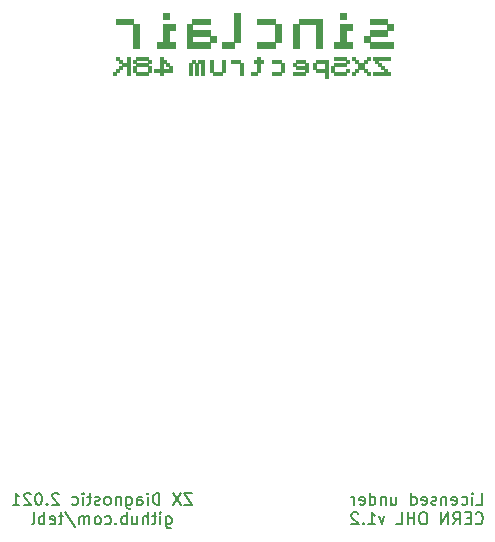
<source format=gbo>
%TF.GenerationSoftware,KiCad,Pcbnew,(5.1.8)-1*%
%TF.CreationDate,2021-03-08T16:17:59+01:00*%
%TF.ProjectId,ZX Diagnostic 2021 FA1,5a582044-6961-4676-9e6f-737469632032,rev?*%
%TF.SameCoordinates,Original*%
%TF.FileFunction,Legend,Bot*%
%TF.FilePolarity,Positive*%
%FSLAX46Y46*%
G04 Gerber Fmt 4.6, Leading zero omitted, Abs format (unit mm)*
G04 Created by KiCad (PCBNEW (5.1.8)-1) date 2021-03-08 16:17:59*
%MOMM*%
%LPD*%
G01*
G04 APERTURE LIST*
%ADD10C,0.150000*%
%ADD11C,0.010000*%
G04 APERTURE END LIST*
D10*
X167814000Y-114562380D02*
X168290190Y-114562380D01*
X168290190Y-113562380D01*
X167480666Y-114562380D02*
X167480666Y-113895714D01*
X167480666Y-113562380D02*
X167528285Y-113610000D01*
X167480666Y-113657619D01*
X167433047Y-113610000D01*
X167480666Y-113562380D01*
X167480666Y-113657619D01*
X166575904Y-114514761D02*
X166671142Y-114562380D01*
X166861619Y-114562380D01*
X166956857Y-114514761D01*
X167004476Y-114467142D01*
X167052095Y-114371904D01*
X167052095Y-114086190D01*
X167004476Y-113990952D01*
X166956857Y-113943333D01*
X166861619Y-113895714D01*
X166671142Y-113895714D01*
X166575904Y-113943333D01*
X165766380Y-114514761D02*
X165861619Y-114562380D01*
X166052095Y-114562380D01*
X166147333Y-114514761D01*
X166194952Y-114419523D01*
X166194952Y-114038571D01*
X166147333Y-113943333D01*
X166052095Y-113895714D01*
X165861619Y-113895714D01*
X165766380Y-113943333D01*
X165718761Y-114038571D01*
X165718761Y-114133809D01*
X166194952Y-114229047D01*
X165290190Y-113895714D02*
X165290190Y-114562380D01*
X165290190Y-113990952D02*
X165242571Y-113943333D01*
X165147333Y-113895714D01*
X165004476Y-113895714D01*
X164909238Y-113943333D01*
X164861619Y-114038571D01*
X164861619Y-114562380D01*
X164433047Y-114514761D02*
X164337809Y-114562380D01*
X164147333Y-114562380D01*
X164052095Y-114514761D01*
X164004476Y-114419523D01*
X164004476Y-114371904D01*
X164052095Y-114276666D01*
X164147333Y-114229047D01*
X164290190Y-114229047D01*
X164385428Y-114181428D01*
X164433047Y-114086190D01*
X164433047Y-114038571D01*
X164385428Y-113943333D01*
X164290190Y-113895714D01*
X164147333Y-113895714D01*
X164052095Y-113943333D01*
X163194952Y-114514761D02*
X163290190Y-114562380D01*
X163480666Y-114562380D01*
X163575904Y-114514761D01*
X163623523Y-114419523D01*
X163623523Y-114038571D01*
X163575904Y-113943333D01*
X163480666Y-113895714D01*
X163290190Y-113895714D01*
X163194952Y-113943333D01*
X163147333Y-114038571D01*
X163147333Y-114133809D01*
X163623523Y-114229047D01*
X162290190Y-114562380D02*
X162290190Y-113562380D01*
X162290190Y-114514761D02*
X162385428Y-114562380D01*
X162575904Y-114562380D01*
X162671142Y-114514761D01*
X162718761Y-114467142D01*
X162766380Y-114371904D01*
X162766380Y-114086190D01*
X162718761Y-113990952D01*
X162671142Y-113943333D01*
X162575904Y-113895714D01*
X162385428Y-113895714D01*
X162290190Y-113943333D01*
X160623523Y-113895714D02*
X160623523Y-114562380D01*
X161052095Y-113895714D02*
X161052095Y-114419523D01*
X161004476Y-114514761D01*
X160909238Y-114562380D01*
X160766380Y-114562380D01*
X160671142Y-114514761D01*
X160623523Y-114467142D01*
X160147333Y-113895714D02*
X160147333Y-114562380D01*
X160147333Y-113990952D02*
X160099714Y-113943333D01*
X160004476Y-113895714D01*
X159861619Y-113895714D01*
X159766380Y-113943333D01*
X159718761Y-114038571D01*
X159718761Y-114562380D01*
X158814000Y-114562380D02*
X158814000Y-113562380D01*
X158814000Y-114514761D02*
X158909238Y-114562380D01*
X159099714Y-114562380D01*
X159194952Y-114514761D01*
X159242571Y-114467142D01*
X159290190Y-114371904D01*
X159290190Y-114086190D01*
X159242571Y-113990952D01*
X159194952Y-113943333D01*
X159099714Y-113895714D01*
X158909238Y-113895714D01*
X158814000Y-113943333D01*
X157956857Y-114514761D02*
X158052095Y-114562380D01*
X158242571Y-114562380D01*
X158337809Y-114514761D01*
X158385428Y-114419523D01*
X158385428Y-114038571D01*
X158337809Y-113943333D01*
X158242571Y-113895714D01*
X158052095Y-113895714D01*
X157956857Y-113943333D01*
X157909238Y-114038571D01*
X157909238Y-114133809D01*
X158385428Y-114229047D01*
X157480666Y-114562380D02*
X157480666Y-113895714D01*
X157480666Y-114086190D02*
X157433047Y-113990952D01*
X157385428Y-113943333D01*
X157290190Y-113895714D01*
X157194952Y-113895714D01*
X167766380Y-116117142D02*
X167814000Y-116164761D01*
X167956857Y-116212380D01*
X168052095Y-116212380D01*
X168194952Y-116164761D01*
X168290190Y-116069523D01*
X168337809Y-115974285D01*
X168385428Y-115783809D01*
X168385428Y-115640952D01*
X168337809Y-115450476D01*
X168290190Y-115355238D01*
X168194952Y-115260000D01*
X168052095Y-115212380D01*
X167956857Y-115212380D01*
X167814000Y-115260000D01*
X167766380Y-115307619D01*
X167337809Y-115688571D02*
X167004476Y-115688571D01*
X166861619Y-116212380D02*
X167337809Y-116212380D01*
X167337809Y-115212380D01*
X166861619Y-115212380D01*
X165861619Y-116212380D02*
X166194952Y-115736190D01*
X166433047Y-116212380D02*
X166433047Y-115212380D01*
X166052095Y-115212380D01*
X165956857Y-115260000D01*
X165909238Y-115307619D01*
X165861619Y-115402857D01*
X165861619Y-115545714D01*
X165909238Y-115640952D01*
X165956857Y-115688571D01*
X166052095Y-115736190D01*
X166433047Y-115736190D01*
X165433047Y-116212380D02*
X165433047Y-115212380D01*
X164861619Y-116212380D01*
X164861619Y-115212380D01*
X163433047Y-115212380D02*
X163242571Y-115212380D01*
X163147333Y-115260000D01*
X163052095Y-115355238D01*
X163004476Y-115545714D01*
X163004476Y-115879047D01*
X163052095Y-116069523D01*
X163147333Y-116164761D01*
X163242571Y-116212380D01*
X163433047Y-116212380D01*
X163528285Y-116164761D01*
X163623523Y-116069523D01*
X163671142Y-115879047D01*
X163671142Y-115545714D01*
X163623523Y-115355238D01*
X163528285Y-115260000D01*
X163433047Y-115212380D01*
X162575904Y-116212380D02*
X162575904Y-115212380D01*
X162575904Y-115688571D02*
X162004476Y-115688571D01*
X162004476Y-116212380D02*
X162004476Y-115212380D01*
X161052095Y-116212380D02*
X161528285Y-116212380D01*
X161528285Y-115212380D01*
X160052095Y-115545714D02*
X159814000Y-116212380D01*
X159575904Y-115545714D01*
X158671142Y-116212380D02*
X159242571Y-116212380D01*
X158956857Y-116212380D02*
X158956857Y-115212380D01*
X159052095Y-115355238D01*
X159147333Y-115450476D01*
X159242571Y-115498095D01*
X158242571Y-116117142D02*
X158194952Y-116164761D01*
X158242571Y-116212380D01*
X158290190Y-116164761D01*
X158242571Y-116117142D01*
X158242571Y-116212380D01*
X157814000Y-115307619D02*
X157766380Y-115260000D01*
X157671142Y-115212380D01*
X157433047Y-115212380D01*
X157337809Y-115260000D01*
X157290190Y-115307619D01*
X157242571Y-115402857D01*
X157242571Y-115498095D01*
X157290190Y-115640952D01*
X157861619Y-116212380D01*
X157242571Y-116212380D01*
X143763047Y-113562380D02*
X143096380Y-113562380D01*
X143763047Y-114562380D01*
X143096380Y-114562380D01*
X142810666Y-113562380D02*
X142144000Y-114562380D01*
X142144000Y-113562380D02*
X142810666Y-114562380D01*
X141001142Y-114562380D02*
X141001142Y-113562380D01*
X140763047Y-113562380D01*
X140620190Y-113610000D01*
X140524952Y-113705238D01*
X140477333Y-113800476D01*
X140429714Y-113990952D01*
X140429714Y-114133809D01*
X140477333Y-114324285D01*
X140524952Y-114419523D01*
X140620190Y-114514761D01*
X140763047Y-114562380D01*
X141001142Y-114562380D01*
X140001142Y-114562380D02*
X140001142Y-113895714D01*
X140001142Y-113562380D02*
X140048761Y-113610000D01*
X140001142Y-113657619D01*
X139953523Y-113610000D01*
X140001142Y-113562380D01*
X140001142Y-113657619D01*
X139096380Y-114562380D02*
X139096380Y-114038571D01*
X139144000Y-113943333D01*
X139239238Y-113895714D01*
X139429714Y-113895714D01*
X139524952Y-113943333D01*
X139096380Y-114514761D02*
X139191619Y-114562380D01*
X139429714Y-114562380D01*
X139524952Y-114514761D01*
X139572571Y-114419523D01*
X139572571Y-114324285D01*
X139524952Y-114229047D01*
X139429714Y-114181428D01*
X139191619Y-114181428D01*
X139096380Y-114133809D01*
X138191619Y-113895714D02*
X138191619Y-114705238D01*
X138239238Y-114800476D01*
X138286857Y-114848095D01*
X138382095Y-114895714D01*
X138524952Y-114895714D01*
X138620190Y-114848095D01*
X138191619Y-114514761D02*
X138286857Y-114562380D01*
X138477333Y-114562380D01*
X138572571Y-114514761D01*
X138620190Y-114467142D01*
X138667809Y-114371904D01*
X138667809Y-114086190D01*
X138620190Y-113990952D01*
X138572571Y-113943333D01*
X138477333Y-113895714D01*
X138286857Y-113895714D01*
X138191619Y-113943333D01*
X137715428Y-113895714D02*
X137715428Y-114562380D01*
X137715428Y-113990952D02*
X137667809Y-113943333D01*
X137572571Y-113895714D01*
X137429714Y-113895714D01*
X137334476Y-113943333D01*
X137286857Y-114038571D01*
X137286857Y-114562380D01*
X136667809Y-114562380D02*
X136763047Y-114514761D01*
X136810666Y-114467142D01*
X136858285Y-114371904D01*
X136858285Y-114086190D01*
X136810666Y-113990952D01*
X136763047Y-113943333D01*
X136667809Y-113895714D01*
X136524952Y-113895714D01*
X136429714Y-113943333D01*
X136382095Y-113990952D01*
X136334476Y-114086190D01*
X136334476Y-114371904D01*
X136382095Y-114467142D01*
X136429714Y-114514761D01*
X136524952Y-114562380D01*
X136667809Y-114562380D01*
X135953523Y-114514761D02*
X135858285Y-114562380D01*
X135667809Y-114562380D01*
X135572571Y-114514761D01*
X135524952Y-114419523D01*
X135524952Y-114371904D01*
X135572571Y-114276666D01*
X135667809Y-114229047D01*
X135810666Y-114229047D01*
X135905904Y-114181428D01*
X135953523Y-114086190D01*
X135953523Y-114038571D01*
X135905904Y-113943333D01*
X135810666Y-113895714D01*
X135667809Y-113895714D01*
X135572571Y-113943333D01*
X135239238Y-113895714D02*
X134858285Y-113895714D01*
X135096380Y-113562380D02*
X135096380Y-114419523D01*
X135048761Y-114514761D01*
X134953523Y-114562380D01*
X134858285Y-114562380D01*
X134524952Y-114562380D02*
X134524952Y-113895714D01*
X134524952Y-113562380D02*
X134572571Y-113610000D01*
X134524952Y-113657619D01*
X134477333Y-113610000D01*
X134524952Y-113562380D01*
X134524952Y-113657619D01*
X133620190Y-114514761D02*
X133715428Y-114562380D01*
X133905904Y-114562380D01*
X134001142Y-114514761D01*
X134048761Y-114467142D01*
X134096380Y-114371904D01*
X134096380Y-114086190D01*
X134048761Y-113990952D01*
X134001142Y-113943333D01*
X133905904Y-113895714D01*
X133715428Y-113895714D01*
X133620190Y-113943333D01*
X132477333Y-113657619D02*
X132429714Y-113610000D01*
X132334476Y-113562380D01*
X132096380Y-113562380D01*
X132001142Y-113610000D01*
X131953523Y-113657619D01*
X131905904Y-113752857D01*
X131905904Y-113848095D01*
X131953523Y-113990952D01*
X132524952Y-114562380D01*
X131905904Y-114562380D01*
X131477333Y-114467142D02*
X131429714Y-114514761D01*
X131477333Y-114562380D01*
X131524952Y-114514761D01*
X131477333Y-114467142D01*
X131477333Y-114562380D01*
X130810666Y-113562380D02*
X130715428Y-113562380D01*
X130620190Y-113610000D01*
X130572571Y-113657619D01*
X130524952Y-113752857D01*
X130477333Y-113943333D01*
X130477333Y-114181428D01*
X130524952Y-114371904D01*
X130572571Y-114467142D01*
X130620190Y-114514761D01*
X130715428Y-114562380D01*
X130810666Y-114562380D01*
X130905904Y-114514761D01*
X130953523Y-114467142D01*
X131001142Y-114371904D01*
X131048761Y-114181428D01*
X131048761Y-113943333D01*
X131001142Y-113752857D01*
X130953523Y-113657619D01*
X130905904Y-113610000D01*
X130810666Y-113562380D01*
X130096380Y-113657619D02*
X130048761Y-113610000D01*
X129953523Y-113562380D01*
X129715428Y-113562380D01*
X129620190Y-113610000D01*
X129572571Y-113657619D01*
X129524952Y-113752857D01*
X129524952Y-113848095D01*
X129572571Y-113990952D01*
X130144000Y-114562380D01*
X129524952Y-114562380D01*
X128572571Y-114562380D02*
X129144000Y-114562380D01*
X128858285Y-114562380D02*
X128858285Y-113562380D01*
X128953523Y-113705238D01*
X129048761Y-113800476D01*
X129144000Y-113848095D01*
X141548761Y-115545714D02*
X141548761Y-116355238D01*
X141596380Y-116450476D01*
X141644000Y-116498095D01*
X141739238Y-116545714D01*
X141882095Y-116545714D01*
X141977333Y-116498095D01*
X141548761Y-116164761D02*
X141644000Y-116212380D01*
X141834476Y-116212380D01*
X141929714Y-116164761D01*
X141977333Y-116117142D01*
X142024952Y-116021904D01*
X142024952Y-115736190D01*
X141977333Y-115640952D01*
X141929714Y-115593333D01*
X141834476Y-115545714D01*
X141644000Y-115545714D01*
X141548761Y-115593333D01*
X141072571Y-116212380D02*
X141072571Y-115545714D01*
X141072571Y-115212380D02*
X141120190Y-115260000D01*
X141072571Y-115307619D01*
X141024952Y-115260000D01*
X141072571Y-115212380D01*
X141072571Y-115307619D01*
X140739238Y-115545714D02*
X140358285Y-115545714D01*
X140596380Y-115212380D02*
X140596380Y-116069523D01*
X140548761Y-116164761D01*
X140453523Y-116212380D01*
X140358285Y-116212380D01*
X140024952Y-116212380D02*
X140024952Y-115212380D01*
X139596380Y-116212380D02*
X139596380Y-115688571D01*
X139644000Y-115593333D01*
X139739238Y-115545714D01*
X139882095Y-115545714D01*
X139977333Y-115593333D01*
X140024952Y-115640952D01*
X138691619Y-115545714D02*
X138691619Y-116212380D01*
X139120190Y-115545714D02*
X139120190Y-116069523D01*
X139072571Y-116164761D01*
X138977333Y-116212380D01*
X138834476Y-116212380D01*
X138739238Y-116164761D01*
X138691619Y-116117142D01*
X138215428Y-116212380D02*
X138215428Y-115212380D01*
X138215428Y-115593333D02*
X138120190Y-115545714D01*
X137929714Y-115545714D01*
X137834476Y-115593333D01*
X137786857Y-115640952D01*
X137739238Y-115736190D01*
X137739238Y-116021904D01*
X137786857Y-116117142D01*
X137834476Y-116164761D01*
X137929714Y-116212380D01*
X138120190Y-116212380D01*
X138215428Y-116164761D01*
X137310666Y-116117142D02*
X137263047Y-116164761D01*
X137310666Y-116212380D01*
X137358285Y-116164761D01*
X137310666Y-116117142D01*
X137310666Y-116212380D01*
X136405904Y-116164761D02*
X136501142Y-116212380D01*
X136691619Y-116212380D01*
X136786857Y-116164761D01*
X136834476Y-116117142D01*
X136882095Y-116021904D01*
X136882095Y-115736190D01*
X136834476Y-115640952D01*
X136786857Y-115593333D01*
X136691619Y-115545714D01*
X136501142Y-115545714D01*
X136405904Y-115593333D01*
X135834476Y-116212380D02*
X135929714Y-116164761D01*
X135977333Y-116117142D01*
X136024952Y-116021904D01*
X136024952Y-115736190D01*
X135977333Y-115640952D01*
X135929714Y-115593333D01*
X135834476Y-115545714D01*
X135691619Y-115545714D01*
X135596380Y-115593333D01*
X135548761Y-115640952D01*
X135501142Y-115736190D01*
X135501142Y-116021904D01*
X135548761Y-116117142D01*
X135596380Y-116164761D01*
X135691619Y-116212380D01*
X135834476Y-116212380D01*
X135072571Y-116212380D02*
X135072571Y-115545714D01*
X135072571Y-115640952D02*
X135024952Y-115593333D01*
X134929714Y-115545714D01*
X134786857Y-115545714D01*
X134691619Y-115593333D01*
X134644000Y-115688571D01*
X134644000Y-116212380D01*
X134644000Y-115688571D02*
X134596380Y-115593333D01*
X134501142Y-115545714D01*
X134358285Y-115545714D01*
X134263047Y-115593333D01*
X134215428Y-115688571D01*
X134215428Y-116212380D01*
X133024952Y-115164761D02*
X133882095Y-116450476D01*
X132834476Y-115545714D02*
X132453523Y-115545714D01*
X132691619Y-115212380D02*
X132691619Y-116069523D01*
X132644000Y-116164761D01*
X132548761Y-116212380D01*
X132453523Y-116212380D01*
X131739238Y-116164761D02*
X131834476Y-116212380D01*
X132024952Y-116212380D01*
X132120190Y-116164761D01*
X132167809Y-116069523D01*
X132167809Y-115688571D01*
X132120190Y-115593333D01*
X132024952Y-115545714D01*
X131834476Y-115545714D01*
X131739238Y-115593333D01*
X131691619Y-115688571D01*
X131691619Y-115783809D01*
X132167809Y-115879047D01*
X131263047Y-116212380D02*
X131263047Y-115212380D01*
X131263047Y-115593333D02*
X131167809Y-115545714D01*
X130977333Y-115545714D01*
X130882095Y-115593333D01*
X130834476Y-115640952D01*
X130786857Y-115736190D01*
X130786857Y-116021904D01*
X130834476Y-116117142D01*
X130882095Y-116164761D01*
X130977333Y-116212380D01*
X131167809Y-116212380D01*
X131263047Y-116164761D01*
X130215428Y-116212380D02*
X130310666Y-116164761D01*
X130358285Y-116069523D01*
X130358285Y-115212380D01*
D11*
%TO.C,E*%
G36*
X156790000Y-72898000D02*
G01*
X156540000Y-72898000D01*
X156540000Y-73148000D01*
X156790000Y-73148000D01*
X156790000Y-72898000D01*
G37*
X156790000Y-72898000D02*
X156540000Y-72898000D01*
X156540000Y-73148000D01*
X156790000Y-73148000D01*
X156790000Y-72898000D01*
G36*
X156540000Y-72898000D02*
G01*
X156290000Y-72898000D01*
X156290000Y-73148000D01*
X156540000Y-73148000D01*
X156540000Y-72898000D01*
G37*
X156540000Y-72898000D02*
X156290000Y-72898000D01*
X156290000Y-73148000D01*
X156540000Y-73148000D01*
X156540000Y-72898000D01*
G36*
X147790000Y-72898000D02*
G01*
X147540000Y-72898000D01*
X147540000Y-73148000D01*
X147790000Y-73148000D01*
X147790000Y-72898000D01*
G37*
X147790000Y-72898000D02*
X147540000Y-72898000D01*
X147540000Y-73148000D01*
X147790000Y-73148000D01*
X147790000Y-72898000D01*
G36*
X147540000Y-72898000D02*
G01*
X147290000Y-72898000D01*
X147290000Y-73148000D01*
X147540000Y-73148000D01*
X147540000Y-72898000D01*
G37*
X147540000Y-72898000D02*
X147290000Y-72898000D01*
X147290000Y-73148000D01*
X147540000Y-73148000D01*
X147540000Y-72898000D01*
G36*
X141790000Y-72898000D02*
G01*
X141540000Y-72898000D01*
X141540000Y-73148000D01*
X141790000Y-73148000D01*
X141790000Y-72898000D01*
G37*
X141790000Y-72898000D02*
X141540000Y-72898000D01*
X141540000Y-73148000D01*
X141790000Y-73148000D01*
X141790000Y-72898000D01*
G36*
X141540000Y-72898000D02*
G01*
X141290000Y-72898000D01*
X141290000Y-73148000D01*
X141540000Y-73148000D01*
X141540000Y-72898000D01*
G37*
X141540000Y-72898000D02*
X141290000Y-72898000D01*
X141290000Y-73148000D01*
X141540000Y-73148000D01*
X141540000Y-72898000D01*
G36*
X156790000Y-73148000D02*
G01*
X156540000Y-73148000D01*
X156540000Y-73398000D01*
X156790000Y-73398000D01*
X156790000Y-73148000D01*
G37*
X156790000Y-73148000D02*
X156540000Y-73148000D01*
X156540000Y-73398000D01*
X156790000Y-73398000D01*
X156790000Y-73148000D01*
G36*
X156540000Y-73148000D02*
G01*
X156290000Y-73148000D01*
X156290000Y-73398000D01*
X156540000Y-73398000D01*
X156540000Y-73148000D01*
G37*
X156540000Y-73148000D02*
X156290000Y-73148000D01*
X156290000Y-73398000D01*
X156540000Y-73398000D01*
X156540000Y-73148000D01*
G36*
X147790000Y-73148000D02*
G01*
X147540000Y-73148000D01*
X147540000Y-73398000D01*
X147790000Y-73398000D01*
X147790000Y-73148000D01*
G37*
X147790000Y-73148000D02*
X147540000Y-73148000D01*
X147540000Y-73398000D01*
X147790000Y-73398000D01*
X147790000Y-73148000D01*
G36*
X147540000Y-73148000D02*
G01*
X147290000Y-73148000D01*
X147290000Y-73398000D01*
X147540000Y-73398000D01*
X147540000Y-73148000D01*
G37*
X147540000Y-73148000D02*
X147290000Y-73148000D01*
X147290000Y-73398000D01*
X147540000Y-73398000D01*
X147540000Y-73148000D01*
G36*
X141790000Y-73148000D02*
G01*
X141540000Y-73148000D01*
X141540000Y-73398000D01*
X141790000Y-73398000D01*
X141790000Y-73148000D01*
G37*
X141790000Y-73148000D02*
X141540000Y-73148000D01*
X141540000Y-73398000D01*
X141790000Y-73398000D01*
X141790000Y-73148000D01*
G36*
X141540000Y-73148000D02*
G01*
X141290000Y-73148000D01*
X141290000Y-73398000D01*
X141540000Y-73398000D01*
X141540000Y-73148000D01*
G37*
X141540000Y-73148000D02*
X141290000Y-73148000D01*
X141290000Y-73398000D01*
X141540000Y-73398000D01*
X141540000Y-73148000D01*
G36*
X160290000Y-73398000D02*
G01*
X160040000Y-73398000D01*
X160040000Y-73648000D01*
X160290000Y-73648000D01*
X160290000Y-73398000D01*
G37*
X160290000Y-73398000D02*
X160040000Y-73398000D01*
X160040000Y-73648000D01*
X160290000Y-73648000D01*
X160290000Y-73398000D01*
G36*
X160040000Y-73398000D02*
G01*
X159790000Y-73398000D01*
X159790000Y-73648000D01*
X160040000Y-73648000D01*
X160040000Y-73398000D01*
G37*
X160040000Y-73398000D02*
X159790000Y-73398000D01*
X159790000Y-73648000D01*
X160040000Y-73648000D01*
X160040000Y-73398000D01*
G36*
X159790000Y-73398000D02*
G01*
X159540000Y-73398000D01*
X159540000Y-73648000D01*
X159790000Y-73648000D01*
X159790000Y-73398000D01*
G37*
X159790000Y-73398000D02*
X159540000Y-73398000D01*
X159540000Y-73648000D01*
X159790000Y-73648000D01*
X159790000Y-73398000D01*
G36*
X159540000Y-73398000D02*
G01*
X159290000Y-73398000D01*
X159290000Y-73648000D01*
X159540000Y-73648000D01*
X159540000Y-73398000D01*
G37*
X159540000Y-73398000D02*
X159290000Y-73398000D01*
X159290000Y-73648000D01*
X159540000Y-73648000D01*
X159540000Y-73398000D01*
G36*
X159290000Y-73398000D02*
G01*
X159040000Y-73398000D01*
X159040000Y-73648000D01*
X159290000Y-73648000D01*
X159290000Y-73398000D01*
G37*
X159290000Y-73398000D02*
X159040000Y-73398000D01*
X159040000Y-73648000D01*
X159290000Y-73648000D01*
X159290000Y-73398000D01*
G36*
X159040000Y-73398000D02*
G01*
X158790000Y-73398000D01*
X158790000Y-73648000D01*
X159040000Y-73648000D01*
X159040000Y-73398000D01*
G37*
X159040000Y-73398000D02*
X158790000Y-73398000D01*
X158790000Y-73648000D01*
X159040000Y-73648000D01*
X159040000Y-73398000D01*
G36*
X154790000Y-73398000D02*
G01*
X154540000Y-73398000D01*
X154540000Y-73648000D01*
X154790000Y-73648000D01*
X154790000Y-73398000D01*
G37*
X154790000Y-73398000D02*
X154540000Y-73398000D01*
X154540000Y-73648000D01*
X154790000Y-73648000D01*
X154790000Y-73398000D01*
G36*
X154540000Y-73398000D02*
G01*
X154290000Y-73398000D01*
X154290000Y-73648000D01*
X154540000Y-73648000D01*
X154540000Y-73398000D01*
G37*
X154540000Y-73398000D02*
X154290000Y-73398000D01*
X154290000Y-73648000D01*
X154540000Y-73648000D01*
X154540000Y-73398000D01*
G36*
X154290000Y-73398000D02*
G01*
X154040000Y-73398000D01*
X154040000Y-73648000D01*
X154290000Y-73648000D01*
X154290000Y-73398000D01*
G37*
X154290000Y-73398000D02*
X154040000Y-73398000D01*
X154040000Y-73648000D01*
X154290000Y-73648000D01*
X154290000Y-73398000D01*
G36*
X154040000Y-73398000D02*
G01*
X153790000Y-73398000D01*
X153790000Y-73648000D01*
X154040000Y-73648000D01*
X154040000Y-73398000D01*
G37*
X154040000Y-73398000D02*
X153790000Y-73398000D01*
X153790000Y-73648000D01*
X154040000Y-73648000D01*
X154040000Y-73398000D01*
G36*
X153790000Y-73398000D02*
G01*
X153540000Y-73398000D01*
X153540000Y-73648000D01*
X153790000Y-73648000D01*
X153790000Y-73398000D01*
G37*
X153790000Y-73398000D02*
X153540000Y-73398000D01*
X153540000Y-73648000D01*
X153790000Y-73648000D01*
X153790000Y-73398000D01*
G36*
X153540000Y-73398000D02*
G01*
X153290000Y-73398000D01*
X153290000Y-73648000D01*
X153540000Y-73648000D01*
X153540000Y-73398000D01*
G37*
X153540000Y-73398000D02*
X153290000Y-73398000D01*
X153290000Y-73648000D01*
X153540000Y-73648000D01*
X153540000Y-73398000D01*
G36*
X153290000Y-73398000D02*
G01*
X153040000Y-73398000D01*
X153040000Y-73648000D01*
X153290000Y-73648000D01*
X153290000Y-73398000D01*
G37*
X153290000Y-73398000D02*
X153040000Y-73398000D01*
X153040000Y-73648000D01*
X153290000Y-73648000D01*
X153290000Y-73398000D01*
G36*
X153040000Y-73398000D02*
G01*
X152790000Y-73398000D01*
X152790000Y-73648000D01*
X153040000Y-73648000D01*
X153040000Y-73398000D01*
G37*
X153040000Y-73398000D02*
X152790000Y-73398000D01*
X152790000Y-73648000D01*
X153040000Y-73648000D01*
X153040000Y-73398000D01*
G36*
X150790000Y-73398000D02*
G01*
X150540000Y-73398000D01*
X150540000Y-73648000D01*
X150790000Y-73648000D01*
X150790000Y-73398000D01*
G37*
X150790000Y-73398000D02*
X150540000Y-73398000D01*
X150540000Y-73648000D01*
X150790000Y-73648000D01*
X150790000Y-73398000D01*
G36*
X150540000Y-73398000D02*
G01*
X150290000Y-73398000D01*
X150290000Y-73648000D01*
X150540000Y-73648000D01*
X150540000Y-73398000D01*
G37*
X150540000Y-73398000D02*
X150290000Y-73398000D01*
X150290000Y-73648000D01*
X150540000Y-73648000D01*
X150540000Y-73398000D01*
G36*
X150290000Y-73398000D02*
G01*
X150040000Y-73398000D01*
X150040000Y-73648000D01*
X150290000Y-73648000D01*
X150290000Y-73398000D01*
G37*
X150290000Y-73398000D02*
X150040000Y-73398000D01*
X150040000Y-73648000D01*
X150290000Y-73648000D01*
X150290000Y-73398000D01*
G36*
X150040000Y-73398000D02*
G01*
X149790000Y-73398000D01*
X149790000Y-73648000D01*
X150040000Y-73648000D01*
X150040000Y-73398000D01*
G37*
X150040000Y-73398000D02*
X149790000Y-73398000D01*
X149790000Y-73648000D01*
X150040000Y-73648000D01*
X150040000Y-73398000D01*
G36*
X149790000Y-73398000D02*
G01*
X149540000Y-73398000D01*
X149540000Y-73648000D01*
X149790000Y-73648000D01*
X149790000Y-73398000D01*
G37*
X149790000Y-73398000D02*
X149540000Y-73398000D01*
X149540000Y-73648000D01*
X149790000Y-73648000D01*
X149790000Y-73398000D01*
G36*
X149540000Y-73398000D02*
G01*
X149290000Y-73398000D01*
X149290000Y-73648000D01*
X149540000Y-73648000D01*
X149540000Y-73398000D01*
G37*
X149540000Y-73398000D02*
X149290000Y-73398000D01*
X149290000Y-73648000D01*
X149540000Y-73648000D01*
X149540000Y-73398000D01*
G36*
X147790000Y-73398000D02*
G01*
X147540000Y-73398000D01*
X147540000Y-73648000D01*
X147790000Y-73648000D01*
X147790000Y-73398000D01*
G37*
X147790000Y-73398000D02*
X147540000Y-73398000D01*
X147540000Y-73648000D01*
X147790000Y-73648000D01*
X147790000Y-73398000D01*
G36*
X147540000Y-73398000D02*
G01*
X147290000Y-73398000D01*
X147290000Y-73648000D01*
X147540000Y-73648000D01*
X147540000Y-73398000D01*
G37*
X147540000Y-73398000D02*
X147290000Y-73398000D01*
X147290000Y-73648000D01*
X147540000Y-73648000D01*
X147540000Y-73398000D01*
G36*
X145290000Y-73398000D02*
G01*
X145040000Y-73398000D01*
X145040000Y-73648000D01*
X145290000Y-73648000D01*
X145290000Y-73398000D01*
G37*
X145290000Y-73398000D02*
X145040000Y-73398000D01*
X145040000Y-73648000D01*
X145290000Y-73648000D01*
X145290000Y-73398000D01*
G36*
X145040000Y-73398000D02*
G01*
X144790000Y-73398000D01*
X144790000Y-73648000D01*
X145040000Y-73648000D01*
X145040000Y-73398000D01*
G37*
X145040000Y-73398000D02*
X144790000Y-73398000D01*
X144790000Y-73648000D01*
X145040000Y-73648000D01*
X145040000Y-73398000D01*
G36*
X144790000Y-73398000D02*
G01*
X144540000Y-73398000D01*
X144540000Y-73648000D01*
X144790000Y-73648000D01*
X144790000Y-73398000D01*
G37*
X144790000Y-73398000D02*
X144540000Y-73398000D01*
X144540000Y-73648000D01*
X144790000Y-73648000D01*
X144790000Y-73398000D01*
G36*
X144540000Y-73398000D02*
G01*
X144290000Y-73398000D01*
X144290000Y-73648000D01*
X144540000Y-73648000D01*
X144540000Y-73398000D01*
G37*
X144540000Y-73398000D02*
X144290000Y-73398000D01*
X144290000Y-73648000D01*
X144540000Y-73648000D01*
X144540000Y-73398000D01*
G36*
X144290000Y-73398000D02*
G01*
X144040000Y-73398000D01*
X144040000Y-73648000D01*
X144290000Y-73648000D01*
X144290000Y-73398000D01*
G37*
X144290000Y-73398000D02*
X144040000Y-73398000D01*
X144040000Y-73648000D01*
X144290000Y-73648000D01*
X144290000Y-73398000D01*
G36*
X144040000Y-73398000D02*
G01*
X143790000Y-73398000D01*
X143790000Y-73648000D01*
X144040000Y-73648000D01*
X144040000Y-73398000D01*
G37*
X144040000Y-73398000D02*
X143790000Y-73398000D01*
X143790000Y-73648000D01*
X144040000Y-73648000D01*
X144040000Y-73398000D01*
G36*
X138790000Y-73398000D02*
G01*
X138540000Y-73398000D01*
X138540000Y-73648000D01*
X138790000Y-73648000D01*
X138790000Y-73398000D01*
G37*
X138790000Y-73398000D02*
X138540000Y-73398000D01*
X138540000Y-73648000D01*
X138790000Y-73648000D01*
X138790000Y-73398000D01*
G36*
X138540000Y-73398000D02*
G01*
X138290000Y-73398000D01*
X138290000Y-73648000D01*
X138540000Y-73648000D01*
X138540000Y-73398000D01*
G37*
X138540000Y-73398000D02*
X138290000Y-73398000D01*
X138290000Y-73648000D01*
X138540000Y-73648000D01*
X138540000Y-73398000D01*
G36*
X138290000Y-73398000D02*
G01*
X138040000Y-73398000D01*
X138040000Y-73648000D01*
X138290000Y-73648000D01*
X138290000Y-73398000D01*
G37*
X138290000Y-73398000D02*
X138040000Y-73398000D01*
X138040000Y-73648000D01*
X138290000Y-73648000D01*
X138290000Y-73398000D01*
G36*
X138040000Y-73398000D02*
G01*
X137790000Y-73398000D01*
X137790000Y-73648000D01*
X138040000Y-73648000D01*
X138040000Y-73398000D01*
G37*
X138040000Y-73398000D02*
X137790000Y-73398000D01*
X137790000Y-73648000D01*
X138040000Y-73648000D01*
X138040000Y-73398000D01*
G36*
X137790000Y-73398000D02*
G01*
X137540000Y-73398000D01*
X137540000Y-73648000D01*
X137790000Y-73648000D01*
X137790000Y-73398000D01*
G37*
X137790000Y-73398000D02*
X137540000Y-73398000D01*
X137540000Y-73648000D01*
X137790000Y-73648000D01*
X137790000Y-73398000D01*
G36*
X137540000Y-73398000D02*
G01*
X137290000Y-73398000D01*
X137290000Y-73648000D01*
X137540000Y-73648000D01*
X137540000Y-73398000D01*
G37*
X137540000Y-73398000D02*
X137290000Y-73398000D01*
X137290000Y-73648000D01*
X137540000Y-73648000D01*
X137540000Y-73398000D01*
G36*
X160290000Y-73648000D02*
G01*
X160040000Y-73648000D01*
X160040000Y-73898000D01*
X160290000Y-73898000D01*
X160290000Y-73648000D01*
G37*
X160290000Y-73648000D02*
X160040000Y-73648000D01*
X160040000Y-73898000D01*
X160290000Y-73898000D01*
X160290000Y-73648000D01*
G36*
X160040000Y-73648000D02*
G01*
X159790000Y-73648000D01*
X159790000Y-73898000D01*
X160040000Y-73898000D01*
X160040000Y-73648000D01*
G37*
X160040000Y-73648000D02*
X159790000Y-73648000D01*
X159790000Y-73898000D01*
X160040000Y-73898000D01*
X160040000Y-73648000D01*
G36*
X159790000Y-73648000D02*
G01*
X159540000Y-73648000D01*
X159540000Y-73898000D01*
X159790000Y-73898000D01*
X159790000Y-73648000D01*
G37*
X159790000Y-73648000D02*
X159540000Y-73648000D01*
X159540000Y-73898000D01*
X159790000Y-73898000D01*
X159790000Y-73648000D01*
G36*
X159540000Y-73648000D02*
G01*
X159290000Y-73648000D01*
X159290000Y-73898000D01*
X159540000Y-73898000D01*
X159540000Y-73648000D01*
G37*
X159540000Y-73648000D02*
X159290000Y-73648000D01*
X159290000Y-73898000D01*
X159540000Y-73898000D01*
X159540000Y-73648000D01*
G36*
X159290000Y-73648000D02*
G01*
X159040000Y-73648000D01*
X159040000Y-73898000D01*
X159290000Y-73898000D01*
X159290000Y-73648000D01*
G37*
X159290000Y-73648000D02*
X159040000Y-73648000D01*
X159040000Y-73898000D01*
X159290000Y-73898000D01*
X159290000Y-73648000D01*
G36*
X159040000Y-73648000D02*
G01*
X158790000Y-73648000D01*
X158790000Y-73898000D01*
X159040000Y-73898000D01*
X159040000Y-73648000D01*
G37*
X159040000Y-73648000D02*
X158790000Y-73648000D01*
X158790000Y-73898000D01*
X159040000Y-73898000D01*
X159040000Y-73648000D01*
G36*
X154790000Y-73648000D02*
G01*
X154540000Y-73648000D01*
X154540000Y-73898000D01*
X154790000Y-73898000D01*
X154790000Y-73648000D01*
G37*
X154790000Y-73648000D02*
X154540000Y-73648000D01*
X154540000Y-73898000D01*
X154790000Y-73898000D01*
X154790000Y-73648000D01*
G36*
X154540000Y-73648000D02*
G01*
X154290000Y-73648000D01*
X154290000Y-73898000D01*
X154540000Y-73898000D01*
X154540000Y-73648000D01*
G37*
X154540000Y-73648000D02*
X154290000Y-73648000D01*
X154290000Y-73898000D01*
X154540000Y-73898000D01*
X154540000Y-73648000D01*
G36*
X154290000Y-73648000D02*
G01*
X154040000Y-73648000D01*
X154040000Y-73898000D01*
X154290000Y-73898000D01*
X154290000Y-73648000D01*
G37*
X154290000Y-73648000D02*
X154040000Y-73648000D01*
X154040000Y-73898000D01*
X154290000Y-73898000D01*
X154290000Y-73648000D01*
G36*
X154040000Y-73648000D02*
G01*
X153790000Y-73648000D01*
X153790000Y-73898000D01*
X154040000Y-73898000D01*
X154040000Y-73648000D01*
G37*
X154040000Y-73648000D02*
X153790000Y-73648000D01*
X153790000Y-73898000D01*
X154040000Y-73898000D01*
X154040000Y-73648000D01*
G36*
X153790000Y-73648000D02*
G01*
X153540000Y-73648000D01*
X153540000Y-73898000D01*
X153790000Y-73898000D01*
X153790000Y-73648000D01*
G37*
X153790000Y-73648000D02*
X153540000Y-73648000D01*
X153540000Y-73898000D01*
X153790000Y-73898000D01*
X153790000Y-73648000D01*
G36*
X153540000Y-73648000D02*
G01*
X153290000Y-73648000D01*
X153290000Y-73898000D01*
X153540000Y-73898000D01*
X153540000Y-73648000D01*
G37*
X153540000Y-73648000D02*
X153290000Y-73648000D01*
X153290000Y-73898000D01*
X153540000Y-73898000D01*
X153540000Y-73648000D01*
G36*
X153290000Y-73648000D02*
G01*
X153040000Y-73648000D01*
X153040000Y-73898000D01*
X153290000Y-73898000D01*
X153290000Y-73648000D01*
G37*
X153290000Y-73648000D02*
X153040000Y-73648000D01*
X153040000Y-73898000D01*
X153290000Y-73898000D01*
X153290000Y-73648000D01*
G36*
X153040000Y-73648000D02*
G01*
X152790000Y-73648000D01*
X152790000Y-73898000D01*
X153040000Y-73898000D01*
X153040000Y-73648000D01*
G37*
X153040000Y-73648000D02*
X152790000Y-73648000D01*
X152790000Y-73898000D01*
X153040000Y-73898000D01*
X153040000Y-73648000D01*
G36*
X150790000Y-73648000D02*
G01*
X150540000Y-73648000D01*
X150540000Y-73898000D01*
X150790000Y-73898000D01*
X150790000Y-73648000D01*
G37*
X150790000Y-73648000D02*
X150540000Y-73648000D01*
X150540000Y-73898000D01*
X150790000Y-73898000D01*
X150790000Y-73648000D01*
G36*
X150540000Y-73648000D02*
G01*
X150290000Y-73648000D01*
X150290000Y-73898000D01*
X150540000Y-73898000D01*
X150540000Y-73648000D01*
G37*
X150540000Y-73648000D02*
X150290000Y-73648000D01*
X150290000Y-73898000D01*
X150540000Y-73898000D01*
X150540000Y-73648000D01*
G36*
X150290000Y-73648000D02*
G01*
X150040000Y-73648000D01*
X150040000Y-73898000D01*
X150290000Y-73898000D01*
X150290000Y-73648000D01*
G37*
X150290000Y-73648000D02*
X150040000Y-73648000D01*
X150040000Y-73898000D01*
X150290000Y-73898000D01*
X150290000Y-73648000D01*
G36*
X150040000Y-73648000D02*
G01*
X149790000Y-73648000D01*
X149790000Y-73898000D01*
X150040000Y-73898000D01*
X150040000Y-73648000D01*
G37*
X150040000Y-73648000D02*
X149790000Y-73648000D01*
X149790000Y-73898000D01*
X150040000Y-73898000D01*
X150040000Y-73648000D01*
G36*
X149790000Y-73648000D02*
G01*
X149540000Y-73648000D01*
X149540000Y-73898000D01*
X149790000Y-73898000D01*
X149790000Y-73648000D01*
G37*
X149790000Y-73648000D02*
X149540000Y-73648000D01*
X149540000Y-73898000D01*
X149790000Y-73898000D01*
X149790000Y-73648000D01*
G36*
X149540000Y-73648000D02*
G01*
X149290000Y-73648000D01*
X149290000Y-73898000D01*
X149540000Y-73898000D01*
X149540000Y-73648000D01*
G37*
X149540000Y-73648000D02*
X149290000Y-73648000D01*
X149290000Y-73898000D01*
X149540000Y-73898000D01*
X149540000Y-73648000D01*
G36*
X147790000Y-73648000D02*
G01*
X147540000Y-73648000D01*
X147540000Y-73898000D01*
X147790000Y-73898000D01*
X147790000Y-73648000D01*
G37*
X147790000Y-73648000D02*
X147540000Y-73648000D01*
X147540000Y-73898000D01*
X147790000Y-73898000D01*
X147790000Y-73648000D01*
G36*
X147540000Y-73648000D02*
G01*
X147290000Y-73648000D01*
X147290000Y-73898000D01*
X147540000Y-73898000D01*
X147540000Y-73648000D01*
G37*
X147540000Y-73648000D02*
X147290000Y-73648000D01*
X147290000Y-73898000D01*
X147540000Y-73898000D01*
X147540000Y-73648000D01*
G36*
X145290000Y-73648000D02*
G01*
X145040000Y-73648000D01*
X145040000Y-73898000D01*
X145290000Y-73898000D01*
X145290000Y-73648000D01*
G37*
X145290000Y-73648000D02*
X145040000Y-73648000D01*
X145040000Y-73898000D01*
X145290000Y-73898000D01*
X145290000Y-73648000D01*
G36*
X145040000Y-73648000D02*
G01*
X144790000Y-73648000D01*
X144790000Y-73898000D01*
X145040000Y-73898000D01*
X145040000Y-73648000D01*
G37*
X145040000Y-73648000D02*
X144790000Y-73648000D01*
X144790000Y-73898000D01*
X145040000Y-73898000D01*
X145040000Y-73648000D01*
G36*
X144790000Y-73648000D02*
G01*
X144540000Y-73648000D01*
X144540000Y-73898000D01*
X144790000Y-73898000D01*
X144790000Y-73648000D01*
G37*
X144790000Y-73648000D02*
X144540000Y-73648000D01*
X144540000Y-73898000D01*
X144790000Y-73898000D01*
X144790000Y-73648000D01*
G36*
X144540000Y-73648000D02*
G01*
X144290000Y-73648000D01*
X144290000Y-73898000D01*
X144540000Y-73898000D01*
X144540000Y-73648000D01*
G37*
X144540000Y-73648000D02*
X144290000Y-73648000D01*
X144290000Y-73898000D01*
X144540000Y-73898000D01*
X144540000Y-73648000D01*
G36*
X144290000Y-73648000D02*
G01*
X144040000Y-73648000D01*
X144040000Y-73898000D01*
X144290000Y-73898000D01*
X144290000Y-73648000D01*
G37*
X144290000Y-73648000D02*
X144040000Y-73648000D01*
X144040000Y-73898000D01*
X144290000Y-73898000D01*
X144290000Y-73648000D01*
G36*
X144040000Y-73648000D02*
G01*
X143790000Y-73648000D01*
X143790000Y-73898000D01*
X144040000Y-73898000D01*
X144040000Y-73648000D01*
G37*
X144040000Y-73648000D02*
X143790000Y-73648000D01*
X143790000Y-73898000D01*
X144040000Y-73898000D01*
X144040000Y-73648000D01*
G36*
X138790000Y-73648000D02*
G01*
X138540000Y-73648000D01*
X138540000Y-73898000D01*
X138790000Y-73898000D01*
X138790000Y-73648000D01*
G37*
X138790000Y-73648000D02*
X138540000Y-73648000D01*
X138540000Y-73898000D01*
X138790000Y-73898000D01*
X138790000Y-73648000D01*
G36*
X138540000Y-73648000D02*
G01*
X138290000Y-73648000D01*
X138290000Y-73898000D01*
X138540000Y-73898000D01*
X138540000Y-73648000D01*
G37*
X138540000Y-73648000D02*
X138290000Y-73648000D01*
X138290000Y-73898000D01*
X138540000Y-73898000D01*
X138540000Y-73648000D01*
G36*
X138290000Y-73648000D02*
G01*
X138040000Y-73648000D01*
X138040000Y-73898000D01*
X138290000Y-73898000D01*
X138290000Y-73648000D01*
G37*
X138290000Y-73648000D02*
X138040000Y-73648000D01*
X138040000Y-73898000D01*
X138290000Y-73898000D01*
X138290000Y-73648000D01*
G36*
X138040000Y-73648000D02*
G01*
X137790000Y-73648000D01*
X137790000Y-73898000D01*
X138040000Y-73898000D01*
X138040000Y-73648000D01*
G37*
X138040000Y-73648000D02*
X137790000Y-73648000D01*
X137790000Y-73898000D01*
X138040000Y-73898000D01*
X138040000Y-73648000D01*
G36*
X137790000Y-73648000D02*
G01*
X137540000Y-73648000D01*
X137540000Y-73898000D01*
X137790000Y-73898000D01*
X137790000Y-73648000D01*
G37*
X137790000Y-73648000D02*
X137540000Y-73648000D01*
X137540000Y-73898000D01*
X137790000Y-73898000D01*
X137790000Y-73648000D01*
G36*
X137540000Y-73648000D02*
G01*
X137290000Y-73648000D01*
X137290000Y-73898000D01*
X137540000Y-73898000D01*
X137540000Y-73648000D01*
G37*
X137540000Y-73648000D02*
X137290000Y-73648000D01*
X137290000Y-73898000D01*
X137540000Y-73898000D01*
X137540000Y-73648000D01*
G36*
X160790000Y-73898000D02*
G01*
X160540000Y-73898000D01*
X160540000Y-74148000D01*
X160790000Y-74148000D01*
X160790000Y-73898000D01*
G37*
X160790000Y-73898000D02*
X160540000Y-73898000D01*
X160540000Y-74148000D01*
X160790000Y-74148000D01*
X160790000Y-73898000D01*
G36*
X160540000Y-73898000D02*
G01*
X160290000Y-73898000D01*
X160290000Y-74148000D01*
X160540000Y-74148000D01*
X160540000Y-73898000D01*
G37*
X160540000Y-73898000D02*
X160290000Y-73898000D01*
X160290000Y-74148000D01*
X160540000Y-74148000D01*
X160540000Y-73898000D01*
G36*
X157290000Y-73898000D02*
G01*
X157040000Y-73898000D01*
X157040000Y-74148000D01*
X157290000Y-74148000D01*
X157290000Y-73898000D01*
G37*
X157290000Y-73898000D02*
X157040000Y-73898000D01*
X157040000Y-74148000D01*
X157290000Y-74148000D01*
X157290000Y-73898000D01*
G36*
X157040000Y-73898000D02*
G01*
X156790000Y-73898000D01*
X156790000Y-74148000D01*
X157040000Y-74148000D01*
X157040000Y-73898000D01*
G37*
X157040000Y-73898000D02*
X156790000Y-73898000D01*
X156790000Y-74148000D01*
X157040000Y-74148000D01*
X157040000Y-73898000D01*
G36*
X156790000Y-73898000D02*
G01*
X156540000Y-73898000D01*
X156540000Y-74148000D01*
X156790000Y-74148000D01*
X156790000Y-73898000D01*
G37*
X156790000Y-73898000D02*
X156540000Y-73898000D01*
X156540000Y-74148000D01*
X156790000Y-74148000D01*
X156790000Y-73898000D01*
G36*
X156540000Y-73898000D02*
G01*
X156290000Y-73898000D01*
X156290000Y-74148000D01*
X156540000Y-74148000D01*
X156540000Y-73898000D01*
G37*
X156540000Y-73898000D02*
X156290000Y-73898000D01*
X156290000Y-74148000D01*
X156540000Y-74148000D01*
X156540000Y-73898000D01*
G36*
X154790000Y-73898000D02*
G01*
X154540000Y-73898000D01*
X154540000Y-74148000D01*
X154790000Y-74148000D01*
X154790000Y-73898000D01*
G37*
X154790000Y-73898000D02*
X154540000Y-73898000D01*
X154540000Y-74148000D01*
X154790000Y-74148000D01*
X154790000Y-73898000D01*
G36*
X154540000Y-73898000D02*
G01*
X154290000Y-73898000D01*
X154290000Y-74148000D01*
X154540000Y-74148000D01*
X154540000Y-73898000D01*
G37*
X154540000Y-73898000D02*
X154290000Y-73898000D01*
X154290000Y-74148000D01*
X154540000Y-74148000D01*
X154540000Y-73898000D01*
G36*
X152790000Y-73898000D02*
G01*
X152540000Y-73898000D01*
X152540000Y-74148000D01*
X152790000Y-74148000D01*
X152790000Y-73898000D01*
G37*
X152790000Y-73898000D02*
X152540000Y-73898000D01*
X152540000Y-74148000D01*
X152790000Y-74148000D01*
X152790000Y-73898000D01*
G36*
X152540000Y-73898000D02*
G01*
X152290000Y-73898000D01*
X152290000Y-74148000D01*
X152540000Y-74148000D01*
X152540000Y-73898000D01*
G37*
X152540000Y-73898000D02*
X152290000Y-73898000D01*
X152290000Y-74148000D01*
X152540000Y-74148000D01*
X152540000Y-73898000D01*
G36*
X151290000Y-73898000D02*
G01*
X151040000Y-73898000D01*
X151040000Y-74148000D01*
X151290000Y-74148000D01*
X151290000Y-73898000D01*
G37*
X151290000Y-73898000D02*
X151040000Y-73898000D01*
X151040000Y-74148000D01*
X151290000Y-74148000D01*
X151290000Y-73898000D01*
G36*
X151040000Y-73898000D02*
G01*
X150790000Y-73898000D01*
X150790000Y-74148000D01*
X151040000Y-74148000D01*
X151040000Y-73898000D01*
G37*
X151040000Y-73898000D02*
X150790000Y-73898000D01*
X150790000Y-74148000D01*
X151040000Y-74148000D01*
X151040000Y-73898000D01*
G36*
X147790000Y-73898000D02*
G01*
X147540000Y-73898000D01*
X147540000Y-74148000D01*
X147790000Y-74148000D01*
X147790000Y-73898000D01*
G37*
X147790000Y-73898000D02*
X147540000Y-73898000D01*
X147540000Y-74148000D01*
X147790000Y-74148000D01*
X147790000Y-73898000D01*
G36*
X147540000Y-73898000D02*
G01*
X147290000Y-73898000D01*
X147290000Y-74148000D01*
X147540000Y-74148000D01*
X147540000Y-73898000D01*
G37*
X147540000Y-73898000D02*
X147290000Y-73898000D01*
X147290000Y-74148000D01*
X147540000Y-74148000D01*
X147540000Y-73898000D01*
G36*
X143790000Y-73898000D02*
G01*
X143540000Y-73898000D01*
X143540000Y-74148000D01*
X143790000Y-74148000D01*
X143790000Y-73898000D01*
G37*
X143790000Y-73898000D02*
X143540000Y-73898000D01*
X143540000Y-74148000D01*
X143790000Y-74148000D01*
X143790000Y-73898000D01*
G36*
X143540000Y-73898000D02*
G01*
X143290000Y-73898000D01*
X143290000Y-74148000D01*
X143540000Y-74148000D01*
X143540000Y-73898000D01*
G37*
X143540000Y-73898000D02*
X143290000Y-73898000D01*
X143290000Y-74148000D01*
X143540000Y-74148000D01*
X143540000Y-73898000D01*
G36*
X142290000Y-73898000D02*
G01*
X142040000Y-73898000D01*
X142040000Y-74148000D01*
X142290000Y-74148000D01*
X142290000Y-73898000D01*
G37*
X142290000Y-73898000D02*
X142040000Y-73898000D01*
X142040000Y-74148000D01*
X142290000Y-74148000D01*
X142290000Y-73898000D01*
G36*
X142040000Y-73898000D02*
G01*
X141790000Y-73898000D01*
X141790000Y-74148000D01*
X142040000Y-74148000D01*
X142040000Y-73898000D01*
G37*
X142040000Y-73898000D02*
X141790000Y-73898000D01*
X141790000Y-74148000D01*
X142040000Y-74148000D01*
X142040000Y-73898000D01*
G36*
X141790000Y-73898000D02*
G01*
X141540000Y-73898000D01*
X141540000Y-74148000D01*
X141790000Y-74148000D01*
X141790000Y-73898000D01*
G37*
X141790000Y-73898000D02*
X141540000Y-73898000D01*
X141540000Y-74148000D01*
X141790000Y-74148000D01*
X141790000Y-73898000D01*
G36*
X141540000Y-73898000D02*
G01*
X141290000Y-73898000D01*
X141290000Y-74148000D01*
X141540000Y-74148000D01*
X141540000Y-73898000D01*
G37*
X141540000Y-73898000D02*
X141290000Y-73898000D01*
X141290000Y-74148000D01*
X141540000Y-74148000D01*
X141540000Y-73898000D01*
G36*
X139290000Y-73898000D02*
G01*
X139040000Y-73898000D01*
X139040000Y-74148000D01*
X139290000Y-74148000D01*
X139290000Y-73898000D01*
G37*
X139290000Y-73898000D02*
X139040000Y-73898000D01*
X139040000Y-74148000D01*
X139290000Y-74148000D01*
X139290000Y-73898000D01*
G36*
X139040000Y-73898000D02*
G01*
X138790000Y-73898000D01*
X138790000Y-74148000D01*
X139040000Y-74148000D01*
X139040000Y-73898000D01*
G37*
X139040000Y-73898000D02*
X138790000Y-73898000D01*
X138790000Y-74148000D01*
X139040000Y-74148000D01*
X139040000Y-73898000D01*
G36*
X160790000Y-74148000D02*
G01*
X160540000Y-74148000D01*
X160540000Y-74398000D01*
X160790000Y-74398000D01*
X160790000Y-74148000D01*
G37*
X160790000Y-74148000D02*
X160540000Y-74148000D01*
X160540000Y-74398000D01*
X160790000Y-74398000D01*
X160790000Y-74148000D01*
G36*
X160540000Y-74148000D02*
G01*
X160290000Y-74148000D01*
X160290000Y-74398000D01*
X160540000Y-74398000D01*
X160540000Y-74148000D01*
G37*
X160540000Y-74148000D02*
X160290000Y-74148000D01*
X160290000Y-74398000D01*
X160540000Y-74398000D01*
X160540000Y-74148000D01*
G36*
X157290000Y-74148000D02*
G01*
X157040000Y-74148000D01*
X157040000Y-74398000D01*
X157290000Y-74398000D01*
X157290000Y-74148000D01*
G37*
X157290000Y-74148000D02*
X157040000Y-74148000D01*
X157040000Y-74398000D01*
X157290000Y-74398000D01*
X157290000Y-74148000D01*
G36*
X157040000Y-74148000D02*
G01*
X156790000Y-74148000D01*
X156790000Y-74398000D01*
X157040000Y-74398000D01*
X157040000Y-74148000D01*
G37*
X157040000Y-74148000D02*
X156790000Y-74148000D01*
X156790000Y-74398000D01*
X157040000Y-74398000D01*
X157040000Y-74148000D01*
G36*
X156790000Y-74148000D02*
G01*
X156540000Y-74148000D01*
X156540000Y-74398000D01*
X156790000Y-74398000D01*
X156790000Y-74148000D01*
G37*
X156790000Y-74148000D02*
X156540000Y-74148000D01*
X156540000Y-74398000D01*
X156790000Y-74398000D01*
X156790000Y-74148000D01*
G36*
X156540000Y-74148000D02*
G01*
X156290000Y-74148000D01*
X156290000Y-74398000D01*
X156540000Y-74398000D01*
X156540000Y-74148000D01*
G37*
X156540000Y-74148000D02*
X156290000Y-74148000D01*
X156290000Y-74398000D01*
X156540000Y-74398000D01*
X156540000Y-74148000D01*
G36*
X154790000Y-74148000D02*
G01*
X154540000Y-74148000D01*
X154540000Y-74398000D01*
X154790000Y-74398000D01*
X154790000Y-74148000D01*
G37*
X154790000Y-74148000D02*
X154540000Y-74148000D01*
X154540000Y-74398000D01*
X154790000Y-74398000D01*
X154790000Y-74148000D01*
G36*
X154540000Y-74148000D02*
G01*
X154290000Y-74148000D01*
X154290000Y-74398000D01*
X154540000Y-74398000D01*
X154540000Y-74148000D01*
G37*
X154540000Y-74148000D02*
X154290000Y-74148000D01*
X154290000Y-74398000D01*
X154540000Y-74398000D01*
X154540000Y-74148000D01*
G36*
X152790000Y-74148000D02*
G01*
X152540000Y-74148000D01*
X152540000Y-74398000D01*
X152790000Y-74398000D01*
X152790000Y-74148000D01*
G37*
X152790000Y-74148000D02*
X152540000Y-74148000D01*
X152540000Y-74398000D01*
X152790000Y-74398000D01*
X152790000Y-74148000D01*
G36*
X152540000Y-74148000D02*
G01*
X152290000Y-74148000D01*
X152290000Y-74398000D01*
X152540000Y-74398000D01*
X152540000Y-74148000D01*
G37*
X152540000Y-74148000D02*
X152290000Y-74148000D01*
X152290000Y-74398000D01*
X152540000Y-74398000D01*
X152540000Y-74148000D01*
G36*
X151290000Y-74148000D02*
G01*
X151040000Y-74148000D01*
X151040000Y-74398000D01*
X151290000Y-74398000D01*
X151290000Y-74148000D01*
G37*
X151290000Y-74148000D02*
X151040000Y-74148000D01*
X151040000Y-74398000D01*
X151290000Y-74398000D01*
X151290000Y-74148000D01*
G36*
X151040000Y-74148000D02*
G01*
X150790000Y-74148000D01*
X150790000Y-74398000D01*
X151040000Y-74398000D01*
X151040000Y-74148000D01*
G37*
X151040000Y-74148000D02*
X150790000Y-74148000D01*
X150790000Y-74398000D01*
X151040000Y-74398000D01*
X151040000Y-74148000D01*
G36*
X147790000Y-74148000D02*
G01*
X147540000Y-74148000D01*
X147540000Y-74398000D01*
X147790000Y-74398000D01*
X147790000Y-74148000D01*
G37*
X147790000Y-74148000D02*
X147540000Y-74148000D01*
X147540000Y-74398000D01*
X147790000Y-74398000D01*
X147790000Y-74148000D01*
G36*
X147540000Y-74148000D02*
G01*
X147290000Y-74148000D01*
X147290000Y-74398000D01*
X147540000Y-74398000D01*
X147540000Y-74148000D01*
G37*
X147540000Y-74148000D02*
X147290000Y-74148000D01*
X147290000Y-74398000D01*
X147540000Y-74398000D01*
X147540000Y-74148000D01*
G36*
X143790000Y-74148000D02*
G01*
X143540000Y-74148000D01*
X143540000Y-74398000D01*
X143790000Y-74398000D01*
X143790000Y-74148000D01*
G37*
X143790000Y-74148000D02*
X143540000Y-74148000D01*
X143540000Y-74398000D01*
X143790000Y-74398000D01*
X143790000Y-74148000D01*
G36*
X143540000Y-74148000D02*
G01*
X143290000Y-74148000D01*
X143290000Y-74398000D01*
X143540000Y-74398000D01*
X143540000Y-74148000D01*
G37*
X143540000Y-74148000D02*
X143290000Y-74148000D01*
X143290000Y-74398000D01*
X143540000Y-74398000D01*
X143540000Y-74148000D01*
G36*
X142290000Y-74148000D02*
G01*
X142040000Y-74148000D01*
X142040000Y-74398000D01*
X142290000Y-74398000D01*
X142290000Y-74148000D01*
G37*
X142290000Y-74148000D02*
X142040000Y-74148000D01*
X142040000Y-74398000D01*
X142290000Y-74398000D01*
X142290000Y-74148000D01*
G36*
X142040000Y-74148000D02*
G01*
X141790000Y-74148000D01*
X141790000Y-74398000D01*
X142040000Y-74398000D01*
X142040000Y-74148000D01*
G37*
X142040000Y-74148000D02*
X141790000Y-74148000D01*
X141790000Y-74398000D01*
X142040000Y-74398000D01*
X142040000Y-74148000D01*
G36*
X141790000Y-74148000D02*
G01*
X141540000Y-74148000D01*
X141540000Y-74398000D01*
X141790000Y-74398000D01*
X141790000Y-74148000D01*
G37*
X141790000Y-74148000D02*
X141540000Y-74148000D01*
X141540000Y-74398000D01*
X141790000Y-74398000D01*
X141790000Y-74148000D01*
G36*
X141540000Y-74148000D02*
G01*
X141290000Y-74148000D01*
X141290000Y-74398000D01*
X141540000Y-74398000D01*
X141540000Y-74148000D01*
G37*
X141540000Y-74148000D02*
X141290000Y-74148000D01*
X141290000Y-74398000D01*
X141540000Y-74398000D01*
X141540000Y-74148000D01*
G36*
X139290000Y-74148000D02*
G01*
X139040000Y-74148000D01*
X139040000Y-74398000D01*
X139290000Y-74398000D01*
X139290000Y-74148000D01*
G37*
X139290000Y-74148000D02*
X139040000Y-74148000D01*
X139040000Y-74398000D01*
X139290000Y-74398000D01*
X139290000Y-74148000D01*
G36*
X139040000Y-74148000D02*
G01*
X138790000Y-74148000D01*
X138790000Y-74398000D01*
X139040000Y-74398000D01*
X139040000Y-74148000D01*
G37*
X139040000Y-74148000D02*
X138790000Y-74148000D01*
X138790000Y-74398000D01*
X139040000Y-74398000D01*
X139040000Y-74148000D01*
G36*
X160290000Y-74398000D02*
G01*
X160040000Y-74398000D01*
X160040000Y-74648000D01*
X160290000Y-74648000D01*
X160290000Y-74398000D01*
G37*
X160290000Y-74398000D02*
X160040000Y-74398000D01*
X160040000Y-74648000D01*
X160290000Y-74648000D01*
X160290000Y-74398000D01*
G36*
X160040000Y-74398000D02*
G01*
X159790000Y-74398000D01*
X159790000Y-74648000D01*
X160040000Y-74648000D01*
X160040000Y-74398000D01*
G37*
X160040000Y-74398000D02*
X159790000Y-74398000D01*
X159790000Y-74648000D01*
X160040000Y-74648000D01*
X160040000Y-74398000D01*
G36*
X159790000Y-74398000D02*
G01*
X159540000Y-74398000D01*
X159540000Y-74648000D01*
X159790000Y-74648000D01*
X159790000Y-74398000D01*
G37*
X159790000Y-74398000D02*
X159540000Y-74398000D01*
X159540000Y-74648000D01*
X159790000Y-74648000D01*
X159790000Y-74398000D01*
G36*
X159540000Y-74398000D02*
G01*
X159290000Y-74398000D01*
X159290000Y-74648000D01*
X159540000Y-74648000D01*
X159540000Y-74398000D01*
G37*
X159540000Y-74398000D02*
X159290000Y-74398000D01*
X159290000Y-74648000D01*
X159540000Y-74648000D01*
X159540000Y-74398000D01*
G36*
X159290000Y-74398000D02*
G01*
X159040000Y-74398000D01*
X159040000Y-74648000D01*
X159290000Y-74648000D01*
X159290000Y-74398000D01*
G37*
X159290000Y-74398000D02*
X159040000Y-74398000D01*
X159040000Y-74648000D01*
X159290000Y-74648000D01*
X159290000Y-74398000D01*
G36*
X159040000Y-74398000D02*
G01*
X158790000Y-74398000D01*
X158790000Y-74648000D01*
X159040000Y-74648000D01*
X159040000Y-74398000D01*
G37*
X159040000Y-74398000D02*
X158790000Y-74398000D01*
X158790000Y-74648000D01*
X159040000Y-74648000D01*
X159040000Y-74398000D01*
G36*
X156790000Y-74398000D02*
G01*
X156540000Y-74398000D01*
X156540000Y-74648000D01*
X156790000Y-74648000D01*
X156790000Y-74398000D01*
G37*
X156790000Y-74398000D02*
X156540000Y-74398000D01*
X156540000Y-74648000D01*
X156790000Y-74648000D01*
X156790000Y-74398000D01*
G36*
X156540000Y-74398000D02*
G01*
X156290000Y-74398000D01*
X156290000Y-74648000D01*
X156540000Y-74648000D01*
X156540000Y-74398000D01*
G37*
X156540000Y-74398000D02*
X156290000Y-74398000D01*
X156290000Y-74648000D01*
X156540000Y-74648000D01*
X156540000Y-74398000D01*
G36*
X154790000Y-74398000D02*
G01*
X154540000Y-74398000D01*
X154540000Y-74648000D01*
X154790000Y-74648000D01*
X154790000Y-74398000D01*
G37*
X154790000Y-74398000D02*
X154540000Y-74398000D01*
X154540000Y-74648000D01*
X154790000Y-74648000D01*
X154790000Y-74398000D01*
G36*
X154540000Y-74398000D02*
G01*
X154290000Y-74398000D01*
X154290000Y-74648000D01*
X154540000Y-74648000D01*
X154540000Y-74398000D01*
G37*
X154540000Y-74398000D02*
X154290000Y-74398000D01*
X154290000Y-74648000D01*
X154540000Y-74648000D01*
X154540000Y-74398000D01*
G36*
X152790000Y-74398000D02*
G01*
X152540000Y-74398000D01*
X152540000Y-74648000D01*
X152790000Y-74648000D01*
X152790000Y-74398000D01*
G37*
X152790000Y-74398000D02*
X152540000Y-74398000D01*
X152540000Y-74648000D01*
X152790000Y-74648000D01*
X152790000Y-74398000D01*
G36*
X152540000Y-74398000D02*
G01*
X152290000Y-74398000D01*
X152290000Y-74648000D01*
X152540000Y-74648000D01*
X152540000Y-74398000D01*
G37*
X152540000Y-74398000D02*
X152290000Y-74398000D01*
X152290000Y-74648000D01*
X152540000Y-74648000D01*
X152540000Y-74398000D01*
G36*
X151290000Y-74398000D02*
G01*
X151040000Y-74398000D01*
X151040000Y-74648000D01*
X151290000Y-74648000D01*
X151290000Y-74398000D01*
G37*
X151290000Y-74398000D02*
X151040000Y-74398000D01*
X151040000Y-74648000D01*
X151290000Y-74648000D01*
X151290000Y-74398000D01*
G36*
X151040000Y-74398000D02*
G01*
X150790000Y-74398000D01*
X150790000Y-74648000D01*
X151040000Y-74648000D01*
X151040000Y-74398000D01*
G37*
X151040000Y-74398000D02*
X150790000Y-74398000D01*
X150790000Y-74648000D01*
X151040000Y-74648000D01*
X151040000Y-74398000D01*
G36*
X147790000Y-74398000D02*
G01*
X147540000Y-74398000D01*
X147540000Y-74648000D01*
X147790000Y-74648000D01*
X147790000Y-74398000D01*
G37*
X147790000Y-74398000D02*
X147540000Y-74398000D01*
X147540000Y-74648000D01*
X147790000Y-74648000D01*
X147790000Y-74398000D01*
G36*
X147540000Y-74398000D02*
G01*
X147290000Y-74398000D01*
X147290000Y-74648000D01*
X147540000Y-74648000D01*
X147540000Y-74398000D01*
G37*
X147540000Y-74398000D02*
X147290000Y-74398000D01*
X147290000Y-74648000D01*
X147540000Y-74648000D01*
X147540000Y-74398000D01*
G36*
X145290000Y-74398000D02*
G01*
X145040000Y-74398000D01*
X145040000Y-74648000D01*
X145290000Y-74648000D01*
X145290000Y-74398000D01*
G37*
X145290000Y-74398000D02*
X145040000Y-74398000D01*
X145040000Y-74648000D01*
X145290000Y-74648000D01*
X145290000Y-74398000D01*
G36*
X145040000Y-74398000D02*
G01*
X144790000Y-74398000D01*
X144790000Y-74648000D01*
X145040000Y-74648000D01*
X145040000Y-74398000D01*
G37*
X145040000Y-74398000D02*
X144790000Y-74398000D01*
X144790000Y-74648000D01*
X145040000Y-74648000D01*
X145040000Y-74398000D01*
G36*
X144790000Y-74398000D02*
G01*
X144540000Y-74398000D01*
X144540000Y-74648000D01*
X144790000Y-74648000D01*
X144790000Y-74398000D01*
G37*
X144790000Y-74398000D02*
X144540000Y-74398000D01*
X144540000Y-74648000D01*
X144790000Y-74648000D01*
X144790000Y-74398000D01*
G36*
X144540000Y-74398000D02*
G01*
X144290000Y-74398000D01*
X144290000Y-74648000D01*
X144540000Y-74648000D01*
X144540000Y-74398000D01*
G37*
X144540000Y-74398000D02*
X144290000Y-74398000D01*
X144290000Y-74648000D01*
X144540000Y-74648000D01*
X144540000Y-74398000D01*
G36*
X144290000Y-74398000D02*
G01*
X144040000Y-74398000D01*
X144040000Y-74648000D01*
X144290000Y-74648000D01*
X144290000Y-74398000D01*
G37*
X144290000Y-74398000D02*
X144040000Y-74398000D01*
X144040000Y-74648000D01*
X144290000Y-74648000D01*
X144290000Y-74398000D01*
G36*
X144040000Y-74398000D02*
G01*
X143790000Y-74398000D01*
X143790000Y-74648000D01*
X144040000Y-74648000D01*
X144040000Y-74398000D01*
G37*
X144040000Y-74398000D02*
X143790000Y-74398000D01*
X143790000Y-74648000D01*
X144040000Y-74648000D01*
X144040000Y-74398000D01*
G36*
X143790000Y-74398000D02*
G01*
X143540000Y-74398000D01*
X143540000Y-74648000D01*
X143790000Y-74648000D01*
X143790000Y-74398000D01*
G37*
X143790000Y-74398000D02*
X143540000Y-74398000D01*
X143540000Y-74648000D01*
X143790000Y-74648000D01*
X143790000Y-74398000D01*
G36*
X143540000Y-74398000D02*
G01*
X143290000Y-74398000D01*
X143290000Y-74648000D01*
X143540000Y-74648000D01*
X143540000Y-74398000D01*
G37*
X143540000Y-74398000D02*
X143290000Y-74398000D01*
X143290000Y-74648000D01*
X143540000Y-74648000D01*
X143540000Y-74398000D01*
G36*
X141790000Y-74398000D02*
G01*
X141540000Y-74398000D01*
X141540000Y-74648000D01*
X141790000Y-74648000D01*
X141790000Y-74398000D01*
G37*
X141790000Y-74398000D02*
X141540000Y-74398000D01*
X141540000Y-74648000D01*
X141790000Y-74648000D01*
X141790000Y-74398000D01*
G36*
X141540000Y-74398000D02*
G01*
X141290000Y-74398000D01*
X141290000Y-74648000D01*
X141540000Y-74648000D01*
X141540000Y-74398000D01*
G37*
X141540000Y-74398000D02*
X141290000Y-74398000D01*
X141290000Y-74648000D01*
X141540000Y-74648000D01*
X141540000Y-74398000D01*
G36*
X139290000Y-74398000D02*
G01*
X139040000Y-74398000D01*
X139040000Y-74648000D01*
X139290000Y-74648000D01*
X139290000Y-74398000D01*
G37*
X139290000Y-74398000D02*
X139040000Y-74398000D01*
X139040000Y-74648000D01*
X139290000Y-74648000D01*
X139290000Y-74398000D01*
G36*
X139040000Y-74398000D02*
G01*
X138790000Y-74398000D01*
X138790000Y-74648000D01*
X139040000Y-74648000D01*
X139040000Y-74398000D01*
G37*
X139040000Y-74398000D02*
X138790000Y-74398000D01*
X138790000Y-74648000D01*
X139040000Y-74648000D01*
X139040000Y-74398000D01*
G36*
X160290000Y-74648000D02*
G01*
X160040000Y-74648000D01*
X160040000Y-74898000D01*
X160290000Y-74898000D01*
X160290000Y-74648000D01*
G37*
X160290000Y-74648000D02*
X160040000Y-74648000D01*
X160040000Y-74898000D01*
X160290000Y-74898000D01*
X160290000Y-74648000D01*
G36*
X160040000Y-74648000D02*
G01*
X159790000Y-74648000D01*
X159790000Y-74898000D01*
X160040000Y-74898000D01*
X160040000Y-74648000D01*
G37*
X160040000Y-74648000D02*
X159790000Y-74648000D01*
X159790000Y-74898000D01*
X160040000Y-74898000D01*
X160040000Y-74648000D01*
G36*
X159790000Y-74648000D02*
G01*
X159540000Y-74648000D01*
X159540000Y-74898000D01*
X159790000Y-74898000D01*
X159790000Y-74648000D01*
G37*
X159790000Y-74648000D02*
X159540000Y-74648000D01*
X159540000Y-74898000D01*
X159790000Y-74898000D01*
X159790000Y-74648000D01*
G36*
X159540000Y-74648000D02*
G01*
X159290000Y-74648000D01*
X159290000Y-74898000D01*
X159540000Y-74898000D01*
X159540000Y-74648000D01*
G37*
X159540000Y-74648000D02*
X159290000Y-74648000D01*
X159290000Y-74898000D01*
X159540000Y-74898000D01*
X159540000Y-74648000D01*
G36*
X159290000Y-74648000D02*
G01*
X159040000Y-74648000D01*
X159040000Y-74898000D01*
X159290000Y-74898000D01*
X159290000Y-74648000D01*
G37*
X159290000Y-74648000D02*
X159040000Y-74648000D01*
X159040000Y-74898000D01*
X159290000Y-74898000D01*
X159290000Y-74648000D01*
G36*
X159040000Y-74648000D02*
G01*
X158790000Y-74648000D01*
X158790000Y-74898000D01*
X159040000Y-74898000D01*
X159040000Y-74648000D01*
G37*
X159040000Y-74648000D02*
X158790000Y-74648000D01*
X158790000Y-74898000D01*
X159040000Y-74898000D01*
X159040000Y-74648000D01*
G36*
X156790000Y-74648000D02*
G01*
X156540000Y-74648000D01*
X156540000Y-74898000D01*
X156790000Y-74898000D01*
X156790000Y-74648000D01*
G37*
X156790000Y-74648000D02*
X156540000Y-74648000D01*
X156540000Y-74898000D01*
X156790000Y-74898000D01*
X156790000Y-74648000D01*
G36*
X156540000Y-74648000D02*
G01*
X156290000Y-74648000D01*
X156290000Y-74898000D01*
X156540000Y-74898000D01*
X156540000Y-74648000D01*
G37*
X156540000Y-74648000D02*
X156290000Y-74648000D01*
X156290000Y-74898000D01*
X156540000Y-74898000D01*
X156540000Y-74648000D01*
G36*
X154790000Y-74648000D02*
G01*
X154540000Y-74648000D01*
X154540000Y-74898000D01*
X154790000Y-74898000D01*
X154790000Y-74648000D01*
G37*
X154790000Y-74648000D02*
X154540000Y-74648000D01*
X154540000Y-74898000D01*
X154790000Y-74898000D01*
X154790000Y-74648000D01*
G36*
X154540000Y-74648000D02*
G01*
X154290000Y-74648000D01*
X154290000Y-74898000D01*
X154540000Y-74898000D01*
X154540000Y-74648000D01*
G37*
X154540000Y-74648000D02*
X154290000Y-74648000D01*
X154290000Y-74898000D01*
X154540000Y-74898000D01*
X154540000Y-74648000D01*
G36*
X152790000Y-74648000D02*
G01*
X152540000Y-74648000D01*
X152540000Y-74898000D01*
X152790000Y-74898000D01*
X152790000Y-74648000D01*
G37*
X152790000Y-74648000D02*
X152540000Y-74648000D01*
X152540000Y-74898000D01*
X152790000Y-74898000D01*
X152790000Y-74648000D01*
G36*
X152540000Y-74648000D02*
G01*
X152290000Y-74648000D01*
X152290000Y-74898000D01*
X152540000Y-74898000D01*
X152540000Y-74648000D01*
G37*
X152540000Y-74648000D02*
X152290000Y-74648000D01*
X152290000Y-74898000D01*
X152540000Y-74898000D01*
X152540000Y-74648000D01*
G36*
X151290000Y-74648000D02*
G01*
X151040000Y-74648000D01*
X151040000Y-74898000D01*
X151290000Y-74898000D01*
X151290000Y-74648000D01*
G37*
X151290000Y-74648000D02*
X151040000Y-74648000D01*
X151040000Y-74898000D01*
X151290000Y-74898000D01*
X151290000Y-74648000D01*
G36*
X151040000Y-74648000D02*
G01*
X150790000Y-74648000D01*
X150790000Y-74898000D01*
X151040000Y-74898000D01*
X151040000Y-74648000D01*
G37*
X151040000Y-74648000D02*
X150790000Y-74648000D01*
X150790000Y-74898000D01*
X151040000Y-74898000D01*
X151040000Y-74648000D01*
G36*
X147790000Y-74648000D02*
G01*
X147540000Y-74648000D01*
X147540000Y-74898000D01*
X147790000Y-74898000D01*
X147790000Y-74648000D01*
G37*
X147790000Y-74648000D02*
X147540000Y-74648000D01*
X147540000Y-74898000D01*
X147790000Y-74898000D01*
X147790000Y-74648000D01*
G36*
X147540000Y-74648000D02*
G01*
X147290000Y-74648000D01*
X147290000Y-74898000D01*
X147540000Y-74898000D01*
X147540000Y-74648000D01*
G37*
X147540000Y-74648000D02*
X147290000Y-74648000D01*
X147290000Y-74898000D01*
X147540000Y-74898000D01*
X147540000Y-74648000D01*
G36*
X145290000Y-74648000D02*
G01*
X145040000Y-74648000D01*
X145040000Y-74898000D01*
X145290000Y-74898000D01*
X145290000Y-74648000D01*
G37*
X145290000Y-74648000D02*
X145040000Y-74648000D01*
X145040000Y-74898000D01*
X145290000Y-74898000D01*
X145290000Y-74648000D01*
G36*
X145040000Y-74648000D02*
G01*
X144790000Y-74648000D01*
X144790000Y-74898000D01*
X145040000Y-74898000D01*
X145040000Y-74648000D01*
G37*
X145040000Y-74648000D02*
X144790000Y-74648000D01*
X144790000Y-74898000D01*
X145040000Y-74898000D01*
X145040000Y-74648000D01*
G36*
X144790000Y-74648000D02*
G01*
X144540000Y-74648000D01*
X144540000Y-74898000D01*
X144790000Y-74898000D01*
X144790000Y-74648000D01*
G37*
X144790000Y-74648000D02*
X144540000Y-74648000D01*
X144540000Y-74898000D01*
X144790000Y-74898000D01*
X144790000Y-74648000D01*
G36*
X144540000Y-74648000D02*
G01*
X144290000Y-74648000D01*
X144290000Y-74898000D01*
X144540000Y-74898000D01*
X144540000Y-74648000D01*
G37*
X144540000Y-74648000D02*
X144290000Y-74648000D01*
X144290000Y-74898000D01*
X144540000Y-74898000D01*
X144540000Y-74648000D01*
G36*
X144290000Y-74648000D02*
G01*
X144040000Y-74648000D01*
X144040000Y-74898000D01*
X144290000Y-74898000D01*
X144290000Y-74648000D01*
G37*
X144290000Y-74648000D02*
X144040000Y-74648000D01*
X144040000Y-74898000D01*
X144290000Y-74898000D01*
X144290000Y-74648000D01*
G36*
X144040000Y-74648000D02*
G01*
X143790000Y-74648000D01*
X143790000Y-74898000D01*
X144040000Y-74898000D01*
X144040000Y-74648000D01*
G37*
X144040000Y-74648000D02*
X143790000Y-74648000D01*
X143790000Y-74898000D01*
X144040000Y-74898000D01*
X144040000Y-74648000D01*
G36*
X143790000Y-74648000D02*
G01*
X143540000Y-74648000D01*
X143540000Y-74898000D01*
X143790000Y-74898000D01*
X143790000Y-74648000D01*
G37*
X143790000Y-74648000D02*
X143540000Y-74648000D01*
X143540000Y-74898000D01*
X143790000Y-74898000D01*
X143790000Y-74648000D01*
G36*
X143540000Y-74648000D02*
G01*
X143290000Y-74648000D01*
X143290000Y-74898000D01*
X143540000Y-74898000D01*
X143540000Y-74648000D01*
G37*
X143540000Y-74648000D02*
X143290000Y-74648000D01*
X143290000Y-74898000D01*
X143540000Y-74898000D01*
X143540000Y-74648000D01*
G36*
X141790000Y-74648000D02*
G01*
X141540000Y-74648000D01*
X141540000Y-74898000D01*
X141790000Y-74898000D01*
X141790000Y-74648000D01*
G37*
X141790000Y-74648000D02*
X141540000Y-74648000D01*
X141540000Y-74898000D01*
X141790000Y-74898000D01*
X141790000Y-74648000D01*
G36*
X141540000Y-74648000D02*
G01*
X141290000Y-74648000D01*
X141290000Y-74898000D01*
X141540000Y-74898000D01*
X141540000Y-74648000D01*
G37*
X141540000Y-74648000D02*
X141290000Y-74648000D01*
X141290000Y-74898000D01*
X141540000Y-74898000D01*
X141540000Y-74648000D01*
G36*
X139290000Y-74648000D02*
G01*
X139040000Y-74648000D01*
X139040000Y-74898000D01*
X139290000Y-74898000D01*
X139290000Y-74648000D01*
G37*
X139290000Y-74648000D02*
X139040000Y-74648000D01*
X139040000Y-74898000D01*
X139290000Y-74898000D01*
X139290000Y-74648000D01*
G36*
X139040000Y-74648000D02*
G01*
X138790000Y-74648000D01*
X138790000Y-74898000D01*
X139040000Y-74898000D01*
X139040000Y-74648000D01*
G37*
X139040000Y-74648000D02*
X138790000Y-74648000D01*
X138790000Y-74898000D01*
X139040000Y-74898000D01*
X139040000Y-74648000D01*
G36*
X158790000Y-74898000D02*
G01*
X158540000Y-74898000D01*
X158540000Y-75148000D01*
X158790000Y-75148000D01*
X158790000Y-74898000D01*
G37*
X158790000Y-74898000D02*
X158540000Y-74898000D01*
X158540000Y-75148000D01*
X158790000Y-75148000D01*
X158790000Y-74898000D01*
G36*
X158540000Y-74898000D02*
G01*
X158290000Y-74898000D01*
X158290000Y-75148000D01*
X158540000Y-75148000D01*
X158540000Y-74898000D01*
G37*
X158540000Y-74898000D02*
X158290000Y-74898000D01*
X158290000Y-75148000D01*
X158540000Y-75148000D01*
X158540000Y-74898000D01*
G36*
X156790000Y-74898000D02*
G01*
X156540000Y-74898000D01*
X156540000Y-75148000D01*
X156790000Y-75148000D01*
X156790000Y-74898000D01*
G37*
X156790000Y-74898000D02*
X156540000Y-74898000D01*
X156540000Y-75148000D01*
X156790000Y-75148000D01*
X156790000Y-74898000D01*
G36*
X156540000Y-74898000D02*
G01*
X156290000Y-74898000D01*
X156290000Y-75148000D01*
X156540000Y-75148000D01*
X156540000Y-74898000D01*
G37*
X156540000Y-74898000D02*
X156290000Y-74898000D01*
X156290000Y-75148000D01*
X156540000Y-75148000D01*
X156540000Y-74898000D01*
G36*
X154790000Y-74898000D02*
G01*
X154540000Y-74898000D01*
X154540000Y-75148000D01*
X154790000Y-75148000D01*
X154790000Y-74898000D01*
G37*
X154790000Y-74898000D02*
X154540000Y-74898000D01*
X154540000Y-75148000D01*
X154790000Y-75148000D01*
X154790000Y-74898000D01*
G36*
X154540000Y-74898000D02*
G01*
X154290000Y-74898000D01*
X154290000Y-75148000D01*
X154540000Y-75148000D01*
X154540000Y-74898000D01*
G37*
X154540000Y-74898000D02*
X154290000Y-74898000D01*
X154290000Y-75148000D01*
X154540000Y-75148000D01*
X154540000Y-74898000D01*
G36*
X152790000Y-74898000D02*
G01*
X152540000Y-74898000D01*
X152540000Y-75148000D01*
X152790000Y-75148000D01*
X152790000Y-74898000D01*
G37*
X152790000Y-74898000D02*
X152540000Y-74898000D01*
X152540000Y-75148000D01*
X152790000Y-75148000D01*
X152790000Y-74898000D01*
G36*
X152540000Y-74898000D02*
G01*
X152290000Y-74898000D01*
X152290000Y-75148000D01*
X152540000Y-75148000D01*
X152540000Y-74898000D01*
G37*
X152540000Y-74898000D02*
X152290000Y-74898000D01*
X152290000Y-75148000D01*
X152540000Y-75148000D01*
X152540000Y-74898000D01*
G36*
X151290000Y-74898000D02*
G01*
X151040000Y-74898000D01*
X151040000Y-75148000D01*
X151290000Y-75148000D01*
X151290000Y-74898000D01*
G37*
X151290000Y-74898000D02*
X151040000Y-74898000D01*
X151040000Y-75148000D01*
X151290000Y-75148000D01*
X151290000Y-74898000D01*
G36*
X151040000Y-74898000D02*
G01*
X150790000Y-74898000D01*
X150790000Y-75148000D01*
X151040000Y-75148000D01*
X151040000Y-74898000D01*
G37*
X151040000Y-74898000D02*
X150790000Y-74898000D01*
X150790000Y-75148000D01*
X151040000Y-75148000D01*
X151040000Y-74898000D01*
G36*
X147790000Y-74898000D02*
G01*
X147540000Y-74898000D01*
X147540000Y-75148000D01*
X147790000Y-75148000D01*
X147790000Y-74898000D01*
G37*
X147790000Y-74898000D02*
X147540000Y-74898000D01*
X147540000Y-75148000D01*
X147790000Y-75148000D01*
X147790000Y-74898000D01*
G36*
X147540000Y-74898000D02*
G01*
X147290000Y-74898000D01*
X147290000Y-75148000D01*
X147540000Y-75148000D01*
X147540000Y-74898000D01*
G37*
X147540000Y-74898000D02*
X147290000Y-74898000D01*
X147290000Y-75148000D01*
X147540000Y-75148000D01*
X147540000Y-74898000D01*
G36*
X145790000Y-74898000D02*
G01*
X145540000Y-74898000D01*
X145540000Y-75148000D01*
X145790000Y-75148000D01*
X145790000Y-74898000D01*
G37*
X145790000Y-74898000D02*
X145540000Y-74898000D01*
X145540000Y-75148000D01*
X145790000Y-75148000D01*
X145790000Y-74898000D01*
G36*
X145540000Y-74898000D02*
G01*
X145290000Y-74898000D01*
X145290000Y-75148000D01*
X145540000Y-75148000D01*
X145540000Y-74898000D01*
G37*
X145540000Y-74898000D02*
X145290000Y-74898000D01*
X145290000Y-75148000D01*
X145540000Y-75148000D01*
X145540000Y-74898000D01*
G36*
X143790000Y-74898000D02*
G01*
X143540000Y-74898000D01*
X143540000Y-75148000D01*
X143790000Y-75148000D01*
X143790000Y-74898000D01*
G37*
X143790000Y-74898000D02*
X143540000Y-74898000D01*
X143540000Y-75148000D01*
X143790000Y-75148000D01*
X143790000Y-74898000D01*
G36*
X143540000Y-74898000D02*
G01*
X143290000Y-74898000D01*
X143290000Y-75148000D01*
X143540000Y-75148000D01*
X143540000Y-74898000D01*
G37*
X143540000Y-74898000D02*
X143290000Y-74898000D01*
X143290000Y-75148000D01*
X143540000Y-75148000D01*
X143540000Y-74898000D01*
G36*
X141790000Y-74898000D02*
G01*
X141540000Y-74898000D01*
X141540000Y-75148000D01*
X141790000Y-75148000D01*
X141790000Y-74898000D01*
G37*
X141790000Y-74898000D02*
X141540000Y-74898000D01*
X141540000Y-75148000D01*
X141790000Y-75148000D01*
X141790000Y-74898000D01*
G36*
X141540000Y-74898000D02*
G01*
X141290000Y-74898000D01*
X141290000Y-75148000D01*
X141540000Y-75148000D01*
X141540000Y-74898000D01*
G37*
X141540000Y-74898000D02*
X141290000Y-74898000D01*
X141290000Y-75148000D01*
X141540000Y-75148000D01*
X141540000Y-74898000D01*
G36*
X139290000Y-74898000D02*
G01*
X139040000Y-74898000D01*
X139040000Y-75148000D01*
X139290000Y-75148000D01*
X139290000Y-74898000D01*
G37*
X139290000Y-74898000D02*
X139040000Y-74898000D01*
X139040000Y-75148000D01*
X139290000Y-75148000D01*
X139290000Y-74898000D01*
G36*
X139040000Y-74898000D02*
G01*
X138790000Y-74898000D01*
X138790000Y-75148000D01*
X139040000Y-75148000D01*
X139040000Y-74898000D01*
G37*
X139040000Y-74898000D02*
X138790000Y-74898000D01*
X138790000Y-75148000D01*
X139040000Y-75148000D01*
X139040000Y-74898000D01*
G36*
X158790000Y-75148000D02*
G01*
X158540000Y-75148000D01*
X158540000Y-75398000D01*
X158790000Y-75398000D01*
X158790000Y-75148000D01*
G37*
X158790000Y-75148000D02*
X158540000Y-75148000D01*
X158540000Y-75398000D01*
X158790000Y-75398000D01*
X158790000Y-75148000D01*
G36*
X158540000Y-75148000D02*
G01*
X158290000Y-75148000D01*
X158290000Y-75398000D01*
X158540000Y-75398000D01*
X158540000Y-75148000D01*
G37*
X158540000Y-75148000D02*
X158290000Y-75148000D01*
X158290000Y-75398000D01*
X158540000Y-75398000D01*
X158540000Y-75148000D01*
G36*
X156790000Y-75148000D02*
G01*
X156540000Y-75148000D01*
X156540000Y-75398000D01*
X156790000Y-75398000D01*
X156790000Y-75148000D01*
G37*
X156790000Y-75148000D02*
X156540000Y-75148000D01*
X156540000Y-75398000D01*
X156790000Y-75398000D01*
X156790000Y-75148000D01*
G36*
X156540000Y-75148000D02*
G01*
X156290000Y-75148000D01*
X156290000Y-75398000D01*
X156540000Y-75398000D01*
X156540000Y-75148000D01*
G37*
X156540000Y-75148000D02*
X156290000Y-75148000D01*
X156290000Y-75398000D01*
X156540000Y-75398000D01*
X156540000Y-75148000D01*
G36*
X154790000Y-75148000D02*
G01*
X154540000Y-75148000D01*
X154540000Y-75398000D01*
X154790000Y-75398000D01*
X154790000Y-75148000D01*
G37*
X154790000Y-75148000D02*
X154540000Y-75148000D01*
X154540000Y-75398000D01*
X154790000Y-75398000D01*
X154790000Y-75148000D01*
G36*
X154540000Y-75148000D02*
G01*
X154290000Y-75148000D01*
X154290000Y-75398000D01*
X154540000Y-75398000D01*
X154540000Y-75148000D01*
G37*
X154540000Y-75148000D02*
X154290000Y-75148000D01*
X154290000Y-75398000D01*
X154540000Y-75398000D01*
X154540000Y-75148000D01*
G36*
X152790000Y-75148000D02*
G01*
X152540000Y-75148000D01*
X152540000Y-75398000D01*
X152790000Y-75398000D01*
X152790000Y-75148000D01*
G37*
X152790000Y-75148000D02*
X152540000Y-75148000D01*
X152540000Y-75398000D01*
X152790000Y-75398000D01*
X152790000Y-75148000D01*
G36*
X152540000Y-75148000D02*
G01*
X152290000Y-75148000D01*
X152290000Y-75398000D01*
X152540000Y-75398000D01*
X152540000Y-75148000D01*
G37*
X152540000Y-75148000D02*
X152290000Y-75148000D01*
X152290000Y-75398000D01*
X152540000Y-75398000D01*
X152540000Y-75148000D01*
G36*
X151290000Y-75148000D02*
G01*
X151040000Y-75148000D01*
X151040000Y-75398000D01*
X151290000Y-75398000D01*
X151290000Y-75148000D01*
G37*
X151290000Y-75148000D02*
X151040000Y-75148000D01*
X151040000Y-75398000D01*
X151290000Y-75398000D01*
X151290000Y-75148000D01*
G36*
X151040000Y-75148000D02*
G01*
X150790000Y-75148000D01*
X150790000Y-75398000D01*
X151040000Y-75398000D01*
X151040000Y-75148000D01*
G37*
X151040000Y-75148000D02*
X150790000Y-75148000D01*
X150790000Y-75398000D01*
X151040000Y-75398000D01*
X151040000Y-75148000D01*
G36*
X147790000Y-75148000D02*
G01*
X147540000Y-75148000D01*
X147540000Y-75398000D01*
X147790000Y-75398000D01*
X147790000Y-75148000D01*
G37*
X147790000Y-75148000D02*
X147540000Y-75148000D01*
X147540000Y-75398000D01*
X147790000Y-75398000D01*
X147790000Y-75148000D01*
G36*
X147540000Y-75148000D02*
G01*
X147290000Y-75148000D01*
X147290000Y-75398000D01*
X147540000Y-75398000D01*
X147540000Y-75148000D01*
G37*
X147540000Y-75148000D02*
X147290000Y-75148000D01*
X147290000Y-75398000D01*
X147540000Y-75398000D01*
X147540000Y-75148000D01*
G36*
X145790000Y-75148000D02*
G01*
X145540000Y-75148000D01*
X145540000Y-75398000D01*
X145790000Y-75398000D01*
X145790000Y-75148000D01*
G37*
X145790000Y-75148000D02*
X145540000Y-75148000D01*
X145540000Y-75398000D01*
X145790000Y-75398000D01*
X145790000Y-75148000D01*
G36*
X145540000Y-75148000D02*
G01*
X145290000Y-75148000D01*
X145290000Y-75398000D01*
X145540000Y-75398000D01*
X145540000Y-75148000D01*
G37*
X145540000Y-75148000D02*
X145290000Y-75148000D01*
X145290000Y-75398000D01*
X145540000Y-75398000D01*
X145540000Y-75148000D01*
G36*
X143790000Y-75148000D02*
G01*
X143540000Y-75148000D01*
X143540000Y-75398000D01*
X143790000Y-75398000D01*
X143790000Y-75148000D01*
G37*
X143790000Y-75148000D02*
X143540000Y-75148000D01*
X143540000Y-75398000D01*
X143790000Y-75398000D01*
X143790000Y-75148000D01*
G36*
X143540000Y-75148000D02*
G01*
X143290000Y-75148000D01*
X143290000Y-75398000D01*
X143540000Y-75398000D01*
X143540000Y-75148000D01*
G37*
X143540000Y-75148000D02*
X143290000Y-75148000D01*
X143290000Y-75398000D01*
X143540000Y-75398000D01*
X143540000Y-75148000D01*
G36*
X141790000Y-75148000D02*
G01*
X141540000Y-75148000D01*
X141540000Y-75398000D01*
X141790000Y-75398000D01*
X141790000Y-75148000D01*
G37*
X141790000Y-75148000D02*
X141540000Y-75148000D01*
X141540000Y-75398000D01*
X141790000Y-75398000D01*
X141790000Y-75148000D01*
G36*
X141540000Y-75148000D02*
G01*
X141290000Y-75148000D01*
X141290000Y-75398000D01*
X141540000Y-75398000D01*
X141540000Y-75148000D01*
G37*
X141540000Y-75148000D02*
X141290000Y-75148000D01*
X141290000Y-75398000D01*
X141540000Y-75398000D01*
X141540000Y-75148000D01*
G36*
X139290000Y-75148000D02*
G01*
X139040000Y-75148000D01*
X139040000Y-75398000D01*
X139290000Y-75398000D01*
X139290000Y-75148000D01*
G37*
X139290000Y-75148000D02*
X139040000Y-75148000D01*
X139040000Y-75398000D01*
X139290000Y-75398000D01*
X139290000Y-75148000D01*
G36*
X139040000Y-75148000D02*
G01*
X138790000Y-75148000D01*
X138790000Y-75398000D01*
X139040000Y-75398000D01*
X139040000Y-75148000D01*
G37*
X139040000Y-75148000D02*
X138790000Y-75148000D01*
X138790000Y-75398000D01*
X139040000Y-75398000D01*
X139040000Y-75148000D01*
G36*
X160790000Y-75398000D02*
G01*
X160540000Y-75398000D01*
X160540000Y-75648000D01*
X160790000Y-75648000D01*
X160790000Y-75398000D01*
G37*
X160790000Y-75398000D02*
X160540000Y-75398000D01*
X160540000Y-75648000D01*
X160790000Y-75648000D01*
X160790000Y-75398000D01*
G36*
X160540000Y-75398000D02*
G01*
X160290000Y-75398000D01*
X160290000Y-75648000D01*
X160540000Y-75648000D01*
X160540000Y-75398000D01*
G37*
X160540000Y-75398000D02*
X160290000Y-75398000D01*
X160290000Y-75648000D01*
X160540000Y-75648000D01*
X160540000Y-75398000D01*
G36*
X160290000Y-75398000D02*
G01*
X160040000Y-75398000D01*
X160040000Y-75648000D01*
X160290000Y-75648000D01*
X160290000Y-75398000D01*
G37*
X160290000Y-75398000D02*
X160040000Y-75398000D01*
X160040000Y-75648000D01*
X160290000Y-75648000D01*
X160290000Y-75398000D01*
G36*
X160040000Y-75398000D02*
G01*
X159790000Y-75398000D01*
X159790000Y-75648000D01*
X160040000Y-75648000D01*
X160040000Y-75398000D01*
G37*
X160040000Y-75398000D02*
X159790000Y-75398000D01*
X159790000Y-75648000D01*
X160040000Y-75648000D01*
X160040000Y-75398000D01*
G36*
X159790000Y-75398000D02*
G01*
X159540000Y-75398000D01*
X159540000Y-75648000D01*
X159790000Y-75648000D01*
X159790000Y-75398000D01*
G37*
X159790000Y-75398000D02*
X159540000Y-75398000D01*
X159540000Y-75648000D01*
X159790000Y-75648000D01*
X159790000Y-75398000D01*
G36*
X159540000Y-75398000D02*
G01*
X159290000Y-75398000D01*
X159290000Y-75648000D01*
X159540000Y-75648000D01*
X159540000Y-75398000D01*
G37*
X159540000Y-75398000D02*
X159290000Y-75398000D01*
X159290000Y-75648000D01*
X159540000Y-75648000D01*
X159540000Y-75398000D01*
G36*
X159290000Y-75398000D02*
G01*
X159040000Y-75398000D01*
X159040000Y-75648000D01*
X159290000Y-75648000D01*
X159290000Y-75398000D01*
G37*
X159290000Y-75398000D02*
X159040000Y-75398000D01*
X159040000Y-75648000D01*
X159290000Y-75648000D01*
X159290000Y-75398000D01*
G36*
X159040000Y-75398000D02*
G01*
X158790000Y-75398000D01*
X158790000Y-75648000D01*
X159040000Y-75648000D01*
X159040000Y-75398000D01*
G37*
X159040000Y-75398000D02*
X158790000Y-75398000D01*
X158790000Y-75648000D01*
X159040000Y-75648000D01*
X159040000Y-75398000D01*
G36*
X157290000Y-75398000D02*
G01*
X157040000Y-75398000D01*
X157040000Y-75648000D01*
X157290000Y-75648000D01*
X157290000Y-75398000D01*
G37*
X157290000Y-75398000D02*
X157040000Y-75398000D01*
X157040000Y-75648000D01*
X157290000Y-75648000D01*
X157290000Y-75398000D01*
G36*
X157040000Y-75398000D02*
G01*
X156790000Y-75398000D01*
X156790000Y-75648000D01*
X157040000Y-75648000D01*
X157040000Y-75398000D01*
G37*
X157040000Y-75398000D02*
X156790000Y-75398000D01*
X156790000Y-75648000D01*
X157040000Y-75648000D01*
X157040000Y-75398000D01*
G36*
X156790000Y-75398000D02*
G01*
X156540000Y-75398000D01*
X156540000Y-75648000D01*
X156790000Y-75648000D01*
X156790000Y-75398000D01*
G37*
X156790000Y-75398000D02*
X156540000Y-75398000D01*
X156540000Y-75648000D01*
X156790000Y-75648000D01*
X156790000Y-75398000D01*
G36*
X156540000Y-75398000D02*
G01*
X156290000Y-75398000D01*
X156290000Y-75648000D01*
X156540000Y-75648000D01*
X156540000Y-75398000D01*
G37*
X156540000Y-75398000D02*
X156290000Y-75398000D01*
X156290000Y-75648000D01*
X156540000Y-75648000D01*
X156540000Y-75398000D01*
G36*
X156290000Y-75398000D02*
G01*
X156040000Y-75398000D01*
X156040000Y-75648000D01*
X156290000Y-75648000D01*
X156290000Y-75398000D01*
G37*
X156290000Y-75398000D02*
X156040000Y-75398000D01*
X156040000Y-75648000D01*
X156290000Y-75648000D01*
X156290000Y-75398000D01*
G36*
X156040000Y-75398000D02*
G01*
X155790000Y-75398000D01*
X155790000Y-75648000D01*
X156040000Y-75648000D01*
X156040000Y-75398000D01*
G37*
X156040000Y-75398000D02*
X155790000Y-75398000D01*
X155790000Y-75648000D01*
X156040000Y-75648000D01*
X156040000Y-75398000D01*
G36*
X154790000Y-75398000D02*
G01*
X154540000Y-75398000D01*
X154540000Y-75648000D01*
X154790000Y-75648000D01*
X154790000Y-75398000D01*
G37*
X154790000Y-75398000D02*
X154540000Y-75398000D01*
X154540000Y-75648000D01*
X154790000Y-75648000D01*
X154790000Y-75398000D01*
G36*
X154540000Y-75398000D02*
G01*
X154290000Y-75398000D01*
X154290000Y-75648000D01*
X154540000Y-75648000D01*
X154540000Y-75398000D01*
G37*
X154540000Y-75398000D02*
X154290000Y-75398000D01*
X154290000Y-75648000D01*
X154540000Y-75648000D01*
X154540000Y-75398000D01*
G36*
X152790000Y-75398000D02*
G01*
X152540000Y-75398000D01*
X152540000Y-75648000D01*
X152790000Y-75648000D01*
X152790000Y-75398000D01*
G37*
X152790000Y-75398000D02*
X152540000Y-75398000D01*
X152540000Y-75648000D01*
X152790000Y-75648000D01*
X152790000Y-75398000D01*
G36*
X152540000Y-75398000D02*
G01*
X152290000Y-75398000D01*
X152290000Y-75648000D01*
X152540000Y-75648000D01*
X152540000Y-75398000D01*
G37*
X152540000Y-75398000D02*
X152290000Y-75398000D01*
X152290000Y-75648000D01*
X152540000Y-75648000D01*
X152540000Y-75398000D01*
G36*
X150790000Y-75398000D02*
G01*
X150540000Y-75398000D01*
X150540000Y-75648000D01*
X150790000Y-75648000D01*
X150790000Y-75398000D01*
G37*
X150790000Y-75398000D02*
X150540000Y-75398000D01*
X150540000Y-75648000D01*
X150790000Y-75648000D01*
X150790000Y-75398000D01*
G36*
X150540000Y-75398000D02*
G01*
X150290000Y-75398000D01*
X150290000Y-75648000D01*
X150540000Y-75648000D01*
X150540000Y-75398000D01*
G37*
X150540000Y-75398000D02*
X150290000Y-75398000D01*
X150290000Y-75648000D01*
X150540000Y-75648000D01*
X150540000Y-75398000D01*
G36*
X150290000Y-75398000D02*
G01*
X150040000Y-75398000D01*
X150040000Y-75648000D01*
X150290000Y-75648000D01*
X150290000Y-75398000D01*
G37*
X150290000Y-75398000D02*
X150040000Y-75398000D01*
X150040000Y-75648000D01*
X150290000Y-75648000D01*
X150290000Y-75398000D01*
G36*
X150040000Y-75398000D02*
G01*
X149790000Y-75398000D01*
X149790000Y-75648000D01*
X150040000Y-75648000D01*
X150040000Y-75398000D01*
G37*
X150040000Y-75398000D02*
X149790000Y-75398000D01*
X149790000Y-75648000D01*
X150040000Y-75648000D01*
X150040000Y-75398000D01*
G36*
X149790000Y-75398000D02*
G01*
X149540000Y-75398000D01*
X149540000Y-75648000D01*
X149790000Y-75648000D01*
X149790000Y-75398000D01*
G37*
X149790000Y-75398000D02*
X149540000Y-75398000D01*
X149540000Y-75648000D01*
X149790000Y-75648000D01*
X149790000Y-75398000D01*
G36*
X149540000Y-75398000D02*
G01*
X149290000Y-75398000D01*
X149290000Y-75648000D01*
X149540000Y-75648000D01*
X149540000Y-75398000D01*
G37*
X149540000Y-75398000D02*
X149290000Y-75398000D01*
X149290000Y-75648000D01*
X149540000Y-75648000D01*
X149540000Y-75398000D01*
G36*
X147290000Y-75398000D02*
G01*
X147040000Y-75398000D01*
X147040000Y-75648000D01*
X147290000Y-75648000D01*
X147290000Y-75398000D01*
G37*
X147290000Y-75398000D02*
X147040000Y-75398000D01*
X147040000Y-75648000D01*
X147290000Y-75648000D01*
X147290000Y-75398000D01*
G36*
X147040000Y-75398000D02*
G01*
X146790000Y-75398000D01*
X146790000Y-75648000D01*
X147040000Y-75648000D01*
X147040000Y-75398000D01*
G37*
X147040000Y-75398000D02*
X146790000Y-75398000D01*
X146790000Y-75648000D01*
X147040000Y-75648000D01*
X147040000Y-75398000D01*
G36*
X146790000Y-75398000D02*
G01*
X146540000Y-75398000D01*
X146540000Y-75648000D01*
X146790000Y-75648000D01*
X146790000Y-75398000D01*
G37*
X146790000Y-75398000D02*
X146540000Y-75398000D01*
X146540000Y-75648000D01*
X146790000Y-75648000D01*
X146790000Y-75398000D01*
G36*
X146540000Y-75398000D02*
G01*
X146290000Y-75398000D01*
X146290000Y-75648000D01*
X146540000Y-75648000D01*
X146540000Y-75398000D01*
G37*
X146540000Y-75398000D02*
X146290000Y-75398000D01*
X146290000Y-75648000D01*
X146540000Y-75648000D01*
X146540000Y-75398000D01*
G36*
X145290000Y-75398000D02*
G01*
X145040000Y-75398000D01*
X145040000Y-75648000D01*
X145290000Y-75648000D01*
X145290000Y-75398000D01*
G37*
X145290000Y-75398000D02*
X145040000Y-75398000D01*
X145040000Y-75648000D01*
X145290000Y-75648000D01*
X145290000Y-75398000D01*
G36*
X145040000Y-75398000D02*
G01*
X144790000Y-75398000D01*
X144790000Y-75648000D01*
X145040000Y-75648000D01*
X145040000Y-75398000D01*
G37*
X145040000Y-75398000D02*
X144790000Y-75398000D01*
X144790000Y-75648000D01*
X145040000Y-75648000D01*
X145040000Y-75398000D01*
G36*
X144790000Y-75398000D02*
G01*
X144540000Y-75398000D01*
X144540000Y-75648000D01*
X144790000Y-75648000D01*
X144790000Y-75398000D01*
G37*
X144790000Y-75398000D02*
X144540000Y-75398000D01*
X144540000Y-75648000D01*
X144790000Y-75648000D01*
X144790000Y-75398000D01*
G36*
X144540000Y-75398000D02*
G01*
X144290000Y-75398000D01*
X144290000Y-75648000D01*
X144540000Y-75648000D01*
X144540000Y-75398000D01*
G37*
X144540000Y-75398000D02*
X144290000Y-75398000D01*
X144290000Y-75648000D01*
X144540000Y-75648000D01*
X144540000Y-75398000D01*
G36*
X144290000Y-75398000D02*
G01*
X144040000Y-75398000D01*
X144040000Y-75648000D01*
X144290000Y-75648000D01*
X144290000Y-75398000D01*
G37*
X144290000Y-75398000D02*
X144040000Y-75398000D01*
X144040000Y-75648000D01*
X144290000Y-75648000D01*
X144290000Y-75398000D01*
G36*
X144040000Y-75398000D02*
G01*
X143790000Y-75398000D01*
X143790000Y-75648000D01*
X144040000Y-75648000D01*
X144040000Y-75398000D01*
G37*
X144040000Y-75398000D02*
X143790000Y-75398000D01*
X143790000Y-75648000D01*
X144040000Y-75648000D01*
X144040000Y-75398000D01*
G36*
X143790000Y-75398000D02*
G01*
X143540000Y-75398000D01*
X143540000Y-75648000D01*
X143790000Y-75648000D01*
X143790000Y-75398000D01*
G37*
X143790000Y-75398000D02*
X143540000Y-75398000D01*
X143540000Y-75648000D01*
X143790000Y-75648000D01*
X143790000Y-75398000D01*
G36*
X143540000Y-75398000D02*
G01*
X143290000Y-75398000D01*
X143290000Y-75648000D01*
X143540000Y-75648000D01*
X143540000Y-75398000D01*
G37*
X143540000Y-75398000D02*
X143290000Y-75398000D01*
X143290000Y-75648000D01*
X143540000Y-75648000D01*
X143540000Y-75398000D01*
G36*
X142290000Y-75398000D02*
G01*
X142040000Y-75398000D01*
X142040000Y-75648000D01*
X142290000Y-75648000D01*
X142290000Y-75398000D01*
G37*
X142290000Y-75398000D02*
X142040000Y-75398000D01*
X142040000Y-75648000D01*
X142290000Y-75648000D01*
X142290000Y-75398000D01*
G36*
X142040000Y-75398000D02*
G01*
X141790000Y-75398000D01*
X141790000Y-75648000D01*
X142040000Y-75648000D01*
X142040000Y-75398000D01*
G37*
X142040000Y-75398000D02*
X141790000Y-75398000D01*
X141790000Y-75648000D01*
X142040000Y-75648000D01*
X142040000Y-75398000D01*
G36*
X141790000Y-75398000D02*
G01*
X141540000Y-75398000D01*
X141540000Y-75648000D01*
X141790000Y-75648000D01*
X141790000Y-75398000D01*
G37*
X141790000Y-75398000D02*
X141540000Y-75398000D01*
X141540000Y-75648000D01*
X141790000Y-75648000D01*
X141790000Y-75398000D01*
G36*
X141540000Y-75398000D02*
G01*
X141290000Y-75398000D01*
X141290000Y-75648000D01*
X141540000Y-75648000D01*
X141540000Y-75398000D01*
G37*
X141540000Y-75398000D02*
X141290000Y-75398000D01*
X141290000Y-75648000D01*
X141540000Y-75648000D01*
X141540000Y-75398000D01*
G36*
X141290000Y-75398000D02*
G01*
X141040000Y-75398000D01*
X141040000Y-75648000D01*
X141290000Y-75648000D01*
X141290000Y-75398000D01*
G37*
X141290000Y-75398000D02*
X141040000Y-75398000D01*
X141040000Y-75648000D01*
X141290000Y-75648000D01*
X141290000Y-75398000D01*
G36*
X141040000Y-75398000D02*
G01*
X140790000Y-75398000D01*
X140790000Y-75648000D01*
X141040000Y-75648000D01*
X141040000Y-75398000D01*
G37*
X141040000Y-75398000D02*
X140790000Y-75398000D01*
X140790000Y-75648000D01*
X141040000Y-75648000D01*
X141040000Y-75398000D01*
G36*
X139290000Y-75398000D02*
G01*
X139040000Y-75398000D01*
X139040000Y-75648000D01*
X139290000Y-75648000D01*
X139290000Y-75398000D01*
G37*
X139290000Y-75398000D02*
X139040000Y-75398000D01*
X139040000Y-75648000D01*
X139290000Y-75648000D01*
X139290000Y-75398000D01*
G36*
X139040000Y-75398000D02*
G01*
X138790000Y-75398000D01*
X138790000Y-75648000D01*
X139040000Y-75648000D01*
X139040000Y-75398000D01*
G37*
X139040000Y-75398000D02*
X138790000Y-75398000D01*
X138790000Y-75648000D01*
X139040000Y-75648000D01*
X139040000Y-75398000D01*
G36*
X160790000Y-75648000D02*
G01*
X160540000Y-75648000D01*
X160540000Y-75898000D01*
X160790000Y-75898000D01*
X160790000Y-75648000D01*
G37*
X160790000Y-75648000D02*
X160540000Y-75648000D01*
X160540000Y-75898000D01*
X160790000Y-75898000D01*
X160790000Y-75648000D01*
G36*
X160540000Y-75648000D02*
G01*
X160290000Y-75648000D01*
X160290000Y-75898000D01*
X160540000Y-75898000D01*
X160540000Y-75648000D01*
G37*
X160540000Y-75648000D02*
X160290000Y-75648000D01*
X160290000Y-75898000D01*
X160540000Y-75898000D01*
X160540000Y-75648000D01*
G36*
X160290000Y-75648000D02*
G01*
X160040000Y-75648000D01*
X160040000Y-75898000D01*
X160290000Y-75898000D01*
X160290000Y-75648000D01*
G37*
X160290000Y-75648000D02*
X160040000Y-75648000D01*
X160040000Y-75898000D01*
X160290000Y-75898000D01*
X160290000Y-75648000D01*
G36*
X160040000Y-75648000D02*
G01*
X159790000Y-75648000D01*
X159790000Y-75898000D01*
X160040000Y-75898000D01*
X160040000Y-75648000D01*
G37*
X160040000Y-75648000D02*
X159790000Y-75648000D01*
X159790000Y-75898000D01*
X160040000Y-75898000D01*
X160040000Y-75648000D01*
G36*
X159790000Y-75648000D02*
G01*
X159540000Y-75648000D01*
X159540000Y-75898000D01*
X159790000Y-75898000D01*
X159790000Y-75648000D01*
G37*
X159790000Y-75648000D02*
X159540000Y-75648000D01*
X159540000Y-75898000D01*
X159790000Y-75898000D01*
X159790000Y-75648000D01*
G36*
X159540000Y-75648000D02*
G01*
X159290000Y-75648000D01*
X159290000Y-75898000D01*
X159540000Y-75898000D01*
X159540000Y-75648000D01*
G37*
X159540000Y-75648000D02*
X159290000Y-75648000D01*
X159290000Y-75898000D01*
X159540000Y-75898000D01*
X159540000Y-75648000D01*
G36*
X159290000Y-75648000D02*
G01*
X159040000Y-75648000D01*
X159040000Y-75898000D01*
X159290000Y-75898000D01*
X159290000Y-75648000D01*
G37*
X159290000Y-75648000D02*
X159040000Y-75648000D01*
X159040000Y-75898000D01*
X159290000Y-75898000D01*
X159290000Y-75648000D01*
G36*
X159040000Y-75648000D02*
G01*
X158790000Y-75648000D01*
X158790000Y-75898000D01*
X159040000Y-75898000D01*
X159040000Y-75648000D01*
G37*
X159040000Y-75648000D02*
X158790000Y-75648000D01*
X158790000Y-75898000D01*
X159040000Y-75898000D01*
X159040000Y-75648000D01*
G36*
X157290000Y-75648000D02*
G01*
X157040000Y-75648000D01*
X157040000Y-75898000D01*
X157290000Y-75898000D01*
X157290000Y-75648000D01*
G37*
X157290000Y-75648000D02*
X157040000Y-75648000D01*
X157040000Y-75898000D01*
X157290000Y-75898000D01*
X157290000Y-75648000D01*
G36*
X157040000Y-75648000D02*
G01*
X156790000Y-75648000D01*
X156790000Y-75898000D01*
X157040000Y-75898000D01*
X157040000Y-75648000D01*
G37*
X157040000Y-75648000D02*
X156790000Y-75648000D01*
X156790000Y-75898000D01*
X157040000Y-75898000D01*
X157040000Y-75648000D01*
G36*
X156790000Y-75648000D02*
G01*
X156540000Y-75648000D01*
X156540000Y-75898000D01*
X156790000Y-75898000D01*
X156790000Y-75648000D01*
G37*
X156790000Y-75648000D02*
X156540000Y-75648000D01*
X156540000Y-75898000D01*
X156790000Y-75898000D01*
X156790000Y-75648000D01*
G36*
X156540000Y-75648000D02*
G01*
X156290000Y-75648000D01*
X156290000Y-75898000D01*
X156540000Y-75898000D01*
X156540000Y-75648000D01*
G37*
X156540000Y-75648000D02*
X156290000Y-75648000D01*
X156290000Y-75898000D01*
X156540000Y-75898000D01*
X156540000Y-75648000D01*
G36*
X156290000Y-75648000D02*
G01*
X156040000Y-75648000D01*
X156040000Y-75898000D01*
X156290000Y-75898000D01*
X156290000Y-75648000D01*
G37*
X156290000Y-75648000D02*
X156040000Y-75648000D01*
X156040000Y-75898000D01*
X156290000Y-75898000D01*
X156290000Y-75648000D01*
G36*
X156040000Y-75648000D02*
G01*
X155790000Y-75648000D01*
X155790000Y-75898000D01*
X156040000Y-75898000D01*
X156040000Y-75648000D01*
G37*
X156040000Y-75648000D02*
X155790000Y-75648000D01*
X155790000Y-75898000D01*
X156040000Y-75898000D01*
X156040000Y-75648000D01*
G36*
X154790000Y-75648000D02*
G01*
X154540000Y-75648000D01*
X154540000Y-75898000D01*
X154790000Y-75898000D01*
X154790000Y-75648000D01*
G37*
X154790000Y-75648000D02*
X154540000Y-75648000D01*
X154540000Y-75898000D01*
X154790000Y-75898000D01*
X154790000Y-75648000D01*
G36*
X154540000Y-75648000D02*
G01*
X154290000Y-75648000D01*
X154290000Y-75898000D01*
X154540000Y-75898000D01*
X154540000Y-75648000D01*
G37*
X154540000Y-75648000D02*
X154290000Y-75648000D01*
X154290000Y-75898000D01*
X154540000Y-75898000D01*
X154540000Y-75648000D01*
G36*
X152790000Y-75648000D02*
G01*
X152540000Y-75648000D01*
X152540000Y-75898000D01*
X152790000Y-75898000D01*
X152790000Y-75648000D01*
G37*
X152790000Y-75648000D02*
X152540000Y-75648000D01*
X152540000Y-75898000D01*
X152790000Y-75898000D01*
X152790000Y-75648000D01*
G36*
X152540000Y-75648000D02*
G01*
X152290000Y-75648000D01*
X152290000Y-75898000D01*
X152540000Y-75898000D01*
X152540000Y-75648000D01*
G37*
X152540000Y-75648000D02*
X152290000Y-75648000D01*
X152290000Y-75898000D01*
X152540000Y-75898000D01*
X152540000Y-75648000D01*
G36*
X150790000Y-75648000D02*
G01*
X150540000Y-75648000D01*
X150540000Y-75898000D01*
X150790000Y-75898000D01*
X150790000Y-75648000D01*
G37*
X150790000Y-75648000D02*
X150540000Y-75648000D01*
X150540000Y-75898000D01*
X150790000Y-75898000D01*
X150790000Y-75648000D01*
G36*
X150540000Y-75648000D02*
G01*
X150290000Y-75648000D01*
X150290000Y-75898000D01*
X150540000Y-75898000D01*
X150540000Y-75648000D01*
G37*
X150540000Y-75648000D02*
X150290000Y-75648000D01*
X150290000Y-75898000D01*
X150540000Y-75898000D01*
X150540000Y-75648000D01*
G36*
X150290000Y-75648000D02*
G01*
X150040000Y-75648000D01*
X150040000Y-75898000D01*
X150290000Y-75898000D01*
X150290000Y-75648000D01*
G37*
X150290000Y-75648000D02*
X150040000Y-75648000D01*
X150040000Y-75898000D01*
X150290000Y-75898000D01*
X150290000Y-75648000D01*
G36*
X150040000Y-75648000D02*
G01*
X149790000Y-75648000D01*
X149790000Y-75898000D01*
X150040000Y-75898000D01*
X150040000Y-75648000D01*
G37*
X150040000Y-75648000D02*
X149790000Y-75648000D01*
X149790000Y-75898000D01*
X150040000Y-75898000D01*
X150040000Y-75648000D01*
G36*
X149790000Y-75648000D02*
G01*
X149540000Y-75648000D01*
X149540000Y-75898000D01*
X149790000Y-75898000D01*
X149790000Y-75648000D01*
G37*
X149790000Y-75648000D02*
X149540000Y-75648000D01*
X149540000Y-75898000D01*
X149790000Y-75898000D01*
X149790000Y-75648000D01*
G36*
X149540000Y-75648000D02*
G01*
X149290000Y-75648000D01*
X149290000Y-75898000D01*
X149540000Y-75898000D01*
X149540000Y-75648000D01*
G37*
X149540000Y-75648000D02*
X149290000Y-75648000D01*
X149290000Y-75898000D01*
X149540000Y-75898000D01*
X149540000Y-75648000D01*
G36*
X147290000Y-75648000D02*
G01*
X147040000Y-75648000D01*
X147040000Y-75898000D01*
X147290000Y-75898000D01*
X147290000Y-75648000D01*
G37*
X147290000Y-75648000D02*
X147040000Y-75648000D01*
X147040000Y-75898000D01*
X147290000Y-75898000D01*
X147290000Y-75648000D01*
G36*
X147040000Y-75648000D02*
G01*
X146790000Y-75648000D01*
X146790000Y-75898000D01*
X147040000Y-75898000D01*
X147040000Y-75648000D01*
G37*
X147040000Y-75648000D02*
X146790000Y-75648000D01*
X146790000Y-75898000D01*
X147040000Y-75898000D01*
X147040000Y-75648000D01*
G36*
X146790000Y-75648000D02*
G01*
X146540000Y-75648000D01*
X146540000Y-75898000D01*
X146790000Y-75898000D01*
X146790000Y-75648000D01*
G37*
X146790000Y-75648000D02*
X146540000Y-75648000D01*
X146540000Y-75898000D01*
X146790000Y-75898000D01*
X146790000Y-75648000D01*
G36*
X146540000Y-75648000D02*
G01*
X146290000Y-75648000D01*
X146290000Y-75898000D01*
X146540000Y-75898000D01*
X146540000Y-75648000D01*
G37*
X146540000Y-75648000D02*
X146290000Y-75648000D01*
X146290000Y-75898000D01*
X146540000Y-75898000D01*
X146540000Y-75648000D01*
G36*
X145290000Y-75648000D02*
G01*
X145040000Y-75648000D01*
X145040000Y-75898000D01*
X145290000Y-75898000D01*
X145290000Y-75648000D01*
G37*
X145290000Y-75648000D02*
X145040000Y-75648000D01*
X145040000Y-75898000D01*
X145290000Y-75898000D01*
X145290000Y-75648000D01*
G36*
X145040000Y-75648000D02*
G01*
X144790000Y-75648000D01*
X144790000Y-75898000D01*
X145040000Y-75898000D01*
X145040000Y-75648000D01*
G37*
X145040000Y-75648000D02*
X144790000Y-75648000D01*
X144790000Y-75898000D01*
X145040000Y-75898000D01*
X145040000Y-75648000D01*
G36*
X144790000Y-75648000D02*
G01*
X144540000Y-75648000D01*
X144540000Y-75898000D01*
X144790000Y-75898000D01*
X144790000Y-75648000D01*
G37*
X144790000Y-75648000D02*
X144540000Y-75648000D01*
X144540000Y-75898000D01*
X144790000Y-75898000D01*
X144790000Y-75648000D01*
G36*
X144540000Y-75648000D02*
G01*
X144290000Y-75648000D01*
X144290000Y-75898000D01*
X144540000Y-75898000D01*
X144540000Y-75648000D01*
G37*
X144540000Y-75648000D02*
X144290000Y-75648000D01*
X144290000Y-75898000D01*
X144540000Y-75898000D01*
X144540000Y-75648000D01*
G36*
X144290000Y-75648000D02*
G01*
X144040000Y-75648000D01*
X144040000Y-75898000D01*
X144290000Y-75898000D01*
X144290000Y-75648000D01*
G37*
X144290000Y-75648000D02*
X144040000Y-75648000D01*
X144040000Y-75898000D01*
X144290000Y-75898000D01*
X144290000Y-75648000D01*
G36*
X144040000Y-75648000D02*
G01*
X143790000Y-75648000D01*
X143790000Y-75898000D01*
X144040000Y-75898000D01*
X144040000Y-75648000D01*
G37*
X144040000Y-75648000D02*
X143790000Y-75648000D01*
X143790000Y-75898000D01*
X144040000Y-75898000D01*
X144040000Y-75648000D01*
G36*
X143790000Y-75648000D02*
G01*
X143540000Y-75648000D01*
X143540000Y-75898000D01*
X143790000Y-75898000D01*
X143790000Y-75648000D01*
G37*
X143790000Y-75648000D02*
X143540000Y-75648000D01*
X143540000Y-75898000D01*
X143790000Y-75898000D01*
X143790000Y-75648000D01*
G36*
X143540000Y-75648000D02*
G01*
X143290000Y-75648000D01*
X143290000Y-75898000D01*
X143540000Y-75898000D01*
X143540000Y-75648000D01*
G37*
X143540000Y-75648000D02*
X143290000Y-75648000D01*
X143290000Y-75898000D01*
X143540000Y-75898000D01*
X143540000Y-75648000D01*
G36*
X142290000Y-75648000D02*
G01*
X142040000Y-75648000D01*
X142040000Y-75898000D01*
X142290000Y-75898000D01*
X142290000Y-75648000D01*
G37*
X142290000Y-75648000D02*
X142040000Y-75648000D01*
X142040000Y-75898000D01*
X142290000Y-75898000D01*
X142290000Y-75648000D01*
G36*
X142040000Y-75648000D02*
G01*
X141790000Y-75648000D01*
X141790000Y-75898000D01*
X142040000Y-75898000D01*
X142040000Y-75648000D01*
G37*
X142040000Y-75648000D02*
X141790000Y-75648000D01*
X141790000Y-75898000D01*
X142040000Y-75898000D01*
X142040000Y-75648000D01*
G36*
X141790000Y-75648000D02*
G01*
X141540000Y-75648000D01*
X141540000Y-75898000D01*
X141790000Y-75898000D01*
X141790000Y-75648000D01*
G37*
X141790000Y-75648000D02*
X141540000Y-75648000D01*
X141540000Y-75898000D01*
X141790000Y-75898000D01*
X141790000Y-75648000D01*
G36*
X141540000Y-75648000D02*
G01*
X141290000Y-75648000D01*
X141290000Y-75898000D01*
X141540000Y-75898000D01*
X141540000Y-75648000D01*
G37*
X141540000Y-75648000D02*
X141290000Y-75648000D01*
X141290000Y-75898000D01*
X141540000Y-75898000D01*
X141540000Y-75648000D01*
G36*
X141290000Y-75648000D02*
G01*
X141040000Y-75648000D01*
X141040000Y-75898000D01*
X141290000Y-75898000D01*
X141290000Y-75648000D01*
G37*
X141290000Y-75648000D02*
X141040000Y-75648000D01*
X141040000Y-75898000D01*
X141290000Y-75898000D01*
X141290000Y-75648000D01*
G36*
X141040000Y-75648000D02*
G01*
X140790000Y-75648000D01*
X140790000Y-75898000D01*
X141040000Y-75898000D01*
X141040000Y-75648000D01*
G37*
X141040000Y-75648000D02*
X140790000Y-75648000D01*
X140790000Y-75898000D01*
X141040000Y-75898000D01*
X141040000Y-75648000D01*
G36*
X139290000Y-75648000D02*
G01*
X139040000Y-75648000D01*
X139040000Y-75898000D01*
X139290000Y-75898000D01*
X139290000Y-75648000D01*
G37*
X139290000Y-75648000D02*
X139040000Y-75648000D01*
X139040000Y-75898000D01*
X139290000Y-75898000D01*
X139290000Y-75648000D01*
G36*
X139040000Y-75648000D02*
G01*
X138790000Y-75648000D01*
X138790000Y-75898000D01*
X139040000Y-75898000D01*
X139040000Y-75648000D01*
G37*
X139040000Y-75648000D02*
X138790000Y-75648000D01*
X138790000Y-75898000D01*
X139040000Y-75898000D01*
X139040000Y-75648000D01*
G36*
X160540000Y-76648000D02*
G01*
X160290000Y-76648000D01*
X160290000Y-76898000D01*
X160540000Y-76898000D01*
X160540000Y-76648000D01*
G37*
X160540000Y-76648000D02*
X160290000Y-76648000D01*
X160290000Y-76898000D01*
X160540000Y-76898000D01*
X160540000Y-76648000D01*
G36*
X160290000Y-76648000D02*
G01*
X160040000Y-76648000D01*
X160040000Y-76898000D01*
X160290000Y-76898000D01*
X160290000Y-76648000D01*
G37*
X160290000Y-76648000D02*
X160040000Y-76648000D01*
X160040000Y-76898000D01*
X160290000Y-76898000D01*
X160290000Y-76648000D01*
G36*
X160040000Y-76648000D02*
G01*
X159790000Y-76648000D01*
X159790000Y-76898000D01*
X160040000Y-76898000D01*
X160040000Y-76648000D01*
G37*
X160040000Y-76648000D02*
X159790000Y-76648000D01*
X159790000Y-76898000D01*
X160040000Y-76898000D01*
X160040000Y-76648000D01*
G36*
X159790000Y-76648000D02*
G01*
X159540000Y-76648000D01*
X159540000Y-76898000D01*
X159790000Y-76898000D01*
X159790000Y-76648000D01*
G37*
X159790000Y-76648000D02*
X159540000Y-76648000D01*
X159540000Y-76898000D01*
X159790000Y-76898000D01*
X159790000Y-76648000D01*
G36*
X159540000Y-76648000D02*
G01*
X159290000Y-76648000D01*
X159290000Y-76898000D01*
X159540000Y-76898000D01*
X159540000Y-76648000D01*
G37*
X159540000Y-76648000D02*
X159290000Y-76648000D01*
X159290000Y-76898000D01*
X159540000Y-76898000D01*
X159540000Y-76648000D01*
G36*
X159290000Y-76648000D02*
G01*
X159040000Y-76648000D01*
X159040000Y-76898000D01*
X159290000Y-76898000D01*
X159290000Y-76648000D01*
G37*
X159290000Y-76648000D02*
X159040000Y-76648000D01*
X159040000Y-76898000D01*
X159290000Y-76898000D01*
X159290000Y-76648000D01*
G36*
X158790000Y-76648000D02*
G01*
X158540000Y-76648000D01*
X158540000Y-76898000D01*
X158790000Y-76898000D01*
X158790000Y-76648000D01*
G37*
X158790000Y-76648000D02*
X158540000Y-76648000D01*
X158540000Y-76898000D01*
X158790000Y-76898000D01*
X158790000Y-76648000D01*
G36*
X157540000Y-76648000D02*
G01*
X157290000Y-76648000D01*
X157290000Y-76898000D01*
X157540000Y-76898000D01*
X157540000Y-76648000D01*
G37*
X157540000Y-76648000D02*
X157290000Y-76648000D01*
X157290000Y-76898000D01*
X157540000Y-76898000D01*
X157540000Y-76648000D01*
G36*
X156790000Y-76648000D02*
G01*
X156540000Y-76648000D01*
X156540000Y-76898000D01*
X156790000Y-76898000D01*
X156790000Y-76648000D01*
G37*
X156790000Y-76648000D02*
X156540000Y-76648000D01*
X156540000Y-76898000D01*
X156790000Y-76898000D01*
X156790000Y-76648000D01*
G36*
X156540000Y-76648000D02*
G01*
X156290000Y-76648000D01*
X156290000Y-76898000D01*
X156540000Y-76898000D01*
X156540000Y-76648000D01*
G37*
X156540000Y-76648000D02*
X156290000Y-76648000D01*
X156290000Y-76898000D01*
X156540000Y-76898000D01*
X156540000Y-76648000D01*
G36*
X156290000Y-76648000D02*
G01*
X156040000Y-76648000D01*
X156040000Y-76898000D01*
X156290000Y-76898000D01*
X156290000Y-76648000D01*
G37*
X156290000Y-76648000D02*
X156040000Y-76648000D01*
X156040000Y-76898000D01*
X156290000Y-76898000D01*
X156290000Y-76648000D01*
G36*
X156040000Y-76648000D02*
G01*
X155790000Y-76648000D01*
X155790000Y-76898000D01*
X156040000Y-76898000D01*
X156040000Y-76648000D01*
G37*
X156040000Y-76648000D02*
X155790000Y-76648000D01*
X155790000Y-76898000D01*
X156040000Y-76898000D01*
X156040000Y-76648000D01*
G36*
X149540000Y-76648000D02*
G01*
X149290000Y-76648000D01*
X149290000Y-76898000D01*
X149540000Y-76898000D01*
X149540000Y-76648000D01*
G37*
X149540000Y-76648000D02*
X149290000Y-76648000D01*
X149290000Y-76898000D01*
X149540000Y-76898000D01*
X149540000Y-76648000D01*
G36*
X141290000Y-76648000D02*
G01*
X141040000Y-76648000D01*
X141040000Y-76898000D01*
X141290000Y-76898000D01*
X141290000Y-76648000D01*
G37*
X141290000Y-76648000D02*
X141040000Y-76648000D01*
X141040000Y-76898000D01*
X141290000Y-76898000D01*
X141290000Y-76648000D01*
G36*
X140040000Y-76648000D02*
G01*
X139790000Y-76648000D01*
X139790000Y-76898000D01*
X140040000Y-76898000D01*
X140040000Y-76648000D01*
G37*
X140040000Y-76648000D02*
X139790000Y-76648000D01*
X139790000Y-76898000D01*
X140040000Y-76898000D01*
X140040000Y-76648000D01*
G36*
X139790000Y-76648000D02*
G01*
X139540000Y-76648000D01*
X139540000Y-76898000D01*
X139790000Y-76898000D01*
X139790000Y-76648000D01*
G37*
X139790000Y-76648000D02*
X139540000Y-76648000D01*
X139540000Y-76898000D01*
X139790000Y-76898000D01*
X139790000Y-76648000D01*
G36*
X139540000Y-76648000D02*
G01*
X139290000Y-76648000D01*
X139290000Y-76898000D01*
X139540000Y-76898000D01*
X139540000Y-76648000D01*
G37*
X139540000Y-76648000D02*
X139290000Y-76648000D01*
X139290000Y-76898000D01*
X139540000Y-76898000D01*
X139540000Y-76648000D01*
G36*
X139290000Y-76648000D02*
G01*
X139040000Y-76648000D01*
X139040000Y-76898000D01*
X139290000Y-76898000D01*
X139290000Y-76648000D01*
G37*
X139290000Y-76648000D02*
X139040000Y-76648000D01*
X139040000Y-76898000D01*
X139290000Y-76898000D01*
X139290000Y-76648000D01*
G36*
X138540000Y-76648000D02*
G01*
X138290000Y-76648000D01*
X138290000Y-76898000D01*
X138540000Y-76898000D01*
X138540000Y-76648000D01*
G37*
X138540000Y-76648000D02*
X138290000Y-76648000D01*
X138290000Y-76898000D01*
X138540000Y-76898000D01*
X138540000Y-76648000D01*
G36*
X137540000Y-76648000D02*
G01*
X137290000Y-76648000D01*
X137290000Y-76898000D01*
X137540000Y-76898000D01*
X137540000Y-76648000D01*
G37*
X137540000Y-76648000D02*
X137290000Y-76648000D01*
X137290000Y-76898000D01*
X137540000Y-76898000D01*
X137540000Y-76648000D01*
G36*
X159540000Y-76898000D02*
G01*
X159290000Y-76898000D01*
X159290000Y-77148000D01*
X159540000Y-77148000D01*
X159540000Y-76898000D01*
G37*
X159540000Y-76898000D02*
X159290000Y-76898000D01*
X159290000Y-77148000D01*
X159540000Y-77148000D01*
X159540000Y-76898000D01*
G36*
X158540000Y-76898000D02*
G01*
X158290000Y-76898000D01*
X158290000Y-77148000D01*
X158540000Y-77148000D01*
X158540000Y-76898000D01*
G37*
X158540000Y-76898000D02*
X158290000Y-76898000D01*
X158290000Y-77148000D01*
X158540000Y-77148000D01*
X158540000Y-76898000D01*
G36*
X157790000Y-76898000D02*
G01*
X157540000Y-76898000D01*
X157540000Y-77148000D01*
X157790000Y-77148000D01*
X157790000Y-76898000D01*
G37*
X157790000Y-76898000D02*
X157540000Y-76898000D01*
X157540000Y-77148000D01*
X157790000Y-77148000D01*
X157790000Y-76898000D01*
G36*
X157040000Y-76898000D02*
G01*
X156790000Y-76898000D01*
X156790000Y-77148000D01*
X157040000Y-77148000D01*
X157040000Y-76898000D01*
G37*
X157040000Y-76898000D02*
X156790000Y-76898000D01*
X156790000Y-77148000D01*
X157040000Y-77148000D01*
X157040000Y-76898000D01*
G36*
X155290000Y-76898000D02*
G01*
X155040000Y-76898000D01*
X155040000Y-77148000D01*
X155290000Y-77148000D01*
X155290000Y-76898000D01*
G37*
X155290000Y-76898000D02*
X155040000Y-76898000D01*
X155040000Y-77148000D01*
X155290000Y-77148000D01*
X155290000Y-76898000D01*
G36*
X155040000Y-76898000D02*
G01*
X154790000Y-76898000D01*
X154790000Y-77148000D01*
X155040000Y-77148000D01*
X155040000Y-76898000D01*
G37*
X155040000Y-76898000D02*
X154790000Y-76898000D01*
X154790000Y-77148000D01*
X155040000Y-77148000D01*
X155040000Y-76898000D01*
G36*
X154790000Y-76898000D02*
G01*
X154540000Y-76898000D01*
X154540000Y-77148000D01*
X154790000Y-77148000D01*
X154790000Y-76898000D01*
G37*
X154790000Y-76898000D02*
X154540000Y-76898000D01*
X154540000Y-77148000D01*
X154790000Y-77148000D01*
X154790000Y-76898000D01*
G36*
X154540000Y-76898000D02*
G01*
X154290000Y-76898000D01*
X154290000Y-77148000D01*
X154540000Y-77148000D01*
X154540000Y-76898000D01*
G37*
X154540000Y-76898000D02*
X154290000Y-76898000D01*
X154290000Y-77148000D01*
X154540000Y-77148000D01*
X154540000Y-76898000D01*
G36*
X153290000Y-76898000D02*
G01*
X153040000Y-76898000D01*
X153040000Y-77148000D01*
X153290000Y-77148000D01*
X153290000Y-76898000D01*
G37*
X153290000Y-76898000D02*
X153040000Y-76898000D01*
X153040000Y-77148000D01*
X153290000Y-77148000D01*
X153290000Y-76898000D01*
G36*
X153040000Y-76898000D02*
G01*
X152790000Y-76898000D01*
X152790000Y-77148000D01*
X153040000Y-77148000D01*
X153040000Y-76898000D01*
G37*
X153040000Y-76898000D02*
X152790000Y-76898000D01*
X152790000Y-77148000D01*
X153040000Y-77148000D01*
X153040000Y-76898000D01*
G36*
X152790000Y-76898000D02*
G01*
X152540000Y-76898000D01*
X152540000Y-77148000D01*
X152790000Y-77148000D01*
X152790000Y-76898000D01*
G37*
X152790000Y-76898000D02*
X152540000Y-76898000D01*
X152540000Y-77148000D01*
X152790000Y-77148000D01*
X152790000Y-76898000D01*
G36*
X151290000Y-76898000D02*
G01*
X151040000Y-76898000D01*
X151040000Y-77148000D01*
X151290000Y-77148000D01*
X151290000Y-76898000D01*
G37*
X151290000Y-76898000D02*
X151040000Y-76898000D01*
X151040000Y-77148000D01*
X151290000Y-77148000D01*
X151290000Y-76898000D01*
G36*
X151040000Y-76898000D02*
G01*
X150790000Y-76898000D01*
X150790000Y-77148000D01*
X151040000Y-77148000D01*
X151040000Y-76898000D01*
G37*
X151040000Y-76898000D02*
X150790000Y-76898000D01*
X150790000Y-77148000D01*
X151040000Y-77148000D01*
X151040000Y-76898000D01*
G36*
X150790000Y-76898000D02*
G01*
X150540000Y-76898000D01*
X150540000Y-77148000D01*
X150790000Y-77148000D01*
X150790000Y-76898000D01*
G37*
X150790000Y-76898000D02*
X150540000Y-76898000D01*
X150540000Y-77148000D01*
X150790000Y-77148000D01*
X150790000Y-76898000D01*
G36*
X149790000Y-76898000D02*
G01*
X149540000Y-76898000D01*
X149540000Y-77148000D01*
X149790000Y-77148000D01*
X149790000Y-76898000D01*
G37*
X149790000Y-76898000D02*
X149540000Y-76898000D01*
X149540000Y-77148000D01*
X149790000Y-77148000D01*
X149790000Y-76898000D01*
G36*
X149540000Y-76898000D02*
G01*
X149290000Y-76898000D01*
X149290000Y-77148000D01*
X149540000Y-77148000D01*
X149540000Y-76898000D01*
G37*
X149540000Y-76898000D02*
X149290000Y-76898000D01*
X149290000Y-77148000D01*
X149540000Y-77148000D01*
X149540000Y-76898000D01*
G36*
X149290000Y-76898000D02*
G01*
X149040000Y-76898000D01*
X149040000Y-77148000D01*
X149290000Y-77148000D01*
X149290000Y-76898000D01*
G37*
X149290000Y-76898000D02*
X149040000Y-76898000D01*
X149040000Y-77148000D01*
X149290000Y-77148000D01*
X149290000Y-76898000D01*
G36*
X147790000Y-76898000D02*
G01*
X147540000Y-76898000D01*
X147540000Y-77148000D01*
X147790000Y-77148000D01*
X147790000Y-76898000D01*
G37*
X147790000Y-76898000D02*
X147540000Y-76898000D01*
X147540000Y-77148000D01*
X147790000Y-77148000D01*
X147790000Y-76898000D01*
G36*
X147540000Y-76898000D02*
G01*
X147290000Y-76898000D01*
X147290000Y-77148000D01*
X147540000Y-77148000D01*
X147540000Y-76898000D01*
G37*
X147540000Y-76898000D02*
X147290000Y-76898000D01*
X147290000Y-77148000D01*
X147540000Y-77148000D01*
X147540000Y-76898000D01*
G36*
X147290000Y-76898000D02*
G01*
X147040000Y-76898000D01*
X147040000Y-77148000D01*
X147290000Y-77148000D01*
X147290000Y-76898000D01*
G37*
X147290000Y-76898000D02*
X147040000Y-76898000D01*
X147040000Y-77148000D01*
X147290000Y-77148000D01*
X147290000Y-76898000D01*
G36*
X146540000Y-76898000D02*
G01*
X146290000Y-76898000D01*
X146290000Y-77148000D01*
X146540000Y-77148000D01*
X146540000Y-76898000D01*
G37*
X146540000Y-76898000D02*
X146290000Y-76898000D01*
X146290000Y-77148000D01*
X146540000Y-77148000D01*
X146540000Y-76898000D01*
G36*
X145540000Y-76898000D02*
G01*
X145290000Y-76898000D01*
X145290000Y-77148000D01*
X145540000Y-77148000D01*
X145540000Y-76898000D01*
G37*
X145540000Y-76898000D02*
X145290000Y-76898000D01*
X145290000Y-77148000D01*
X145540000Y-77148000D01*
X145540000Y-76898000D01*
G36*
X144790000Y-76898000D02*
G01*
X144540000Y-76898000D01*
X144540000Y-77148000D01*
X144790000Y-77148000D01*
X144790000Y-76898000D01*
G37*
X144790000Y-76898000D02*
X144540000Y-76898000D01*
X144540000Y-77148000D01*
X144790000Y-77148000D01*
X144790000Y-76898000D01*
G36*
X144540000Y-76898000D02*
G01*
X144290000Y-76898000D01*
X144290000Y-77148000D01*
X144540000Y-77148000D01*
X144540000Y-76898000D01*
G37*
X144540000Y-76898000D02*
X144290000Y-76898000D01*
X144290000Y-77148000D01*
X144540000Y-77148000D01*
X144540000Y-76898000D01*
G36*
X144040000Y-76898000D02*
G01*
X143790000Y-76898000D01*
X143790000Y-77148000D01*
X144040000Y-77148000D01*
X144040000Y-76898000D01*
G37*
X144040000Y-76898000D02*
X143790000Y-76898000D01*
X143790000Y-77148000D01*
X144040000Y-77148000D01*
X144040000Y-76898000D01*
G36*
X141540000Y-76898000D02*
G01*
X141290000Y-76898000D01*
X141290000Y-77148000D01*
X141540000Y-77148000D01*
X141540000Y-76898000D01*
G37*
X141540000Y-76898000D02*
X141290000Y-76898000D01*
X141290000Y-77148000D01*
X141540000Y-77148000D01*
X141540000Y-76898000D01*
G36*
X141290000Y-76898000D02*
G01*
X141040000Y-76898000D01*
X141040000Y-77148000D01*
X141290000Y-77148000D01*
X141290000Y-76898000D01*
G37*
X141290000Y-76898000D02*
X141040000Y-76898000D01*
X141040000Y-77148000D01*
X141290000Y-77148000D01*
X141290000Y-76898000D01*
G36*
X140290000Y-76898000D02*
G01*
X140040000Y-76898000D01*
X140040000Y-77148000D01*
X140290000Y-77148000D01*
X140290000Y-76898000D01*
G37*
X140290000Y-76898000D02*
X140040000Y-76898000D01*
X140040000Y-77148000D01*
X140290000Y-77148000D01*
X140290000Y-76898000D01*
G36*
X139040000Y-76898000D02*
G01*
X138790000Y-76898000D01*
X138790000Y-77148000D01*
X139040000Y-77148000D01*
X139040000Y-76898000D01*
G37*
X139040000Y-76898000D02*
X138790000Y-76898000D01*
X138790000Y-77148000D01*
X139040000Y-77148000D01*
X139040000Y-76898000D01*
G36*
X138540000Y-76898000D02*
G01*
X138290000Y-76898000D01*
X138290000Y-77148000D01*
X138540000Y-77148000D01*
X138540000Y-76898000D01*
G37*
X138540000Y-76898000D02*
X138290000Y-76898000D01*
X138290000Y-77148000D01*
X138540000Y-77148000D01*
X138540000Y-76898000D01*
G36*
X137790000Y-76898000D02*
G01*
X137540000Y-76898000D01*
X137540000Y-77148000D01*
X137790000Y-77148000D01*
X137790000Y-76898000D01*
G37*
X137790000Y-76898000D02*
X137540000Y-76898000D01*
X137540000Y-77148000D01*
X137790000Y-77148000D01*
X137790000Y-76898000D01*
G36*
X159790000Y-77148000D02*
G01*
X159540000Y-77148000D01*
X159540000Y-77398000D01*
X159790000Y-77398000D01*
X159790000Y-77148000D01*
G37*
X159790000Y-77148000D02*
X159540000Y-77148000D01*
X159540000Y-77398000D01*
X159790000Y-77398000D01*
X159790000Y-77148000D01*
G36*
X158290000Y-77148000D02*
G01*
X158040000Y-77148000D01*
X158040000Y-77398000D01*
X158290000Y-77398000D01*
X158290000Y-77148000D01*
G37*
X158290000Y-77148000D02*
X158040000Y-77148000D01*
X158040000Y-77398000D01*
X158290000Y-77398000D01*
X158290000Y-77148000D01*
G36*
X158040000Y-77148000D02*
G01*
X157790000Y-77148000D01*
X157790000Y-77398000D01*
X158040000Y-77398000D01*
X158040000Y-77148000D01*
G37*
X158040000Y-77148000D02*
X157790000Y-77148000D01*
X157790000Y-77398000D01*
X158040000Y-77398000D01*
X158040000Y-77148000D01*
G36*
X156790000Y-77148000D02*
G01*
X156540000Y-77148000D01*
X156540000Y-77398000D01*
X156790000Y-77398000D01*
X156790000Y-77148000D01*
G37*
X156790000Y-77148000D02*
X156540000Y-77148000D01*
X156540000Y-77398000D01*
X156790000Y-77398000D01*
X156790000Y-77148000D01*
G36*
X156540000Y-77148000D02*
G01*
X156290000Y-77148000D01*
X156290000Y-77398000D01*
X156540000Y-77398000D01*
X156540000Y-77148000D01*
G37*
X156540000Y-77148000D02*
X156290000Y-77148000D01*
X156290000Y-77398000D01*
X156540000Y-77398000D01*
X156540000Y-77148000D01*
G36*
X156290000Y-77148000D02*
G01*
X156040000Y-77148000D01*
X156040000Y-77398000D01*
X156290000Y-77398000D01*
X156290000Y-77148000D01*
G37*
X156290000Y-77148000D02*
X156040000Y-77148000D01*
X156040000Y-77398000D01*
X156290000Y-77398000D01*
X156290000Y-77148000D01*
G36*
X156040000Y-77148000D02*
G01*
X155790000Y-77148000D01*
X155790000Y-77398000D01*
X156040000Y-77398000D01*
X156040000Y-77148000D01*
G37*
X156040000Y-77148000D02*
X155790000Y-77148000D01*
X155790000Y-77398000D01*
X156040000Y-77398000D01*
X156040000Y-77148000D01*
G36*
X155290000Y-77148000D02*
G01*
X155040000Y-77148000D01*
X155040000Y-77398000D01*
X155290000Y-77398000D01*
X155290000Y-77148000D01*
G37*
X155290000Y-77148000D02*
X155040000Y-77148000D01*
X155040000Y-77398000D01*
X155290000Y-77398000D01*
X155290000Y-77148000D01*
G36*
X154290000Y-77148000D02*
G01*
X154040000Y-77148000D01*
X154040000Y-77398000D01*
X154290000Y-77398000D01*
X154290000Y-77148000D01*
G37*
X154290000Y-77148000D02*
X154040000Y-77148000D01*
X154040000Y-77398000D01*
X154290000Y-77398000D01*
X154290000Y-77148000D01*
G36*
X153540000Y-77148000D02*
G01*
X153290000Y-77148000D01*
X153290000Y-77398000D01*
X153540000Y-77398000D01*
X153540000Y-77148000D01*
G37*
X153540000Y-77148000D02*
X153290000Y-77148000D01*
X153290000Y-77398000D01*
X153540000Y-77398000D01*
X153540000Y-77148000D01*
G36*
X152540000Y-77148000D02*
G01*
X152290000Y-77148000D01*
X152290000Y-77398000D01*
X152540000Y-77398000D01*
X152540000Y-77148000D01*
G37*
X152540000Y-77148000D02*
X152290000Y-77148000D01*
X152290000Y-77398000D01*
X152540000Y-77398000D01*
X152540000Y-77148000D01*
G36*
X151540000Y-77148000D02*
G01*
X151290000Y-77148000D01*
X151290000Y-77398000D01*
X151540000Y-77398000D01*
X151540000Y-77148000D01*
G37*
X151540000Y-77148000D02*
X151290000Y-77148000D01*
X151290000Y-77398000D01*
X151540000Y-77398000D01*
X151540000Y-77148000D01*
G36*
X149540000Y-77148000D02*
G01*
X149290000Y-77148000D01*
X149290000Y-77398000D01*
X149540000Y-77398000D01*
X149540000Y-77148000D01*
G37*
X149540000Y-77148000D02*
X149290000Y-77148000D01*
X149290000Y-77398000D01*
X149540000Y-77398000D01*
X149540000Y-77148000D01*
G36*
X148040000Y-77148000D02*
G01*
X147790000Y-77148000D01*
X147790000Y-77398000D01*
X148040000Y-77398000D01*
X148040000Y-77148000D01*
G37*
X148040000Y-77148000D02*
X147790000Y-77148000D01*
X147790000Y-77398000D01*
X148040000Y-77398000D01*
X148040000Y-77148000D01*
G36*
X146540000Y-77148000D02*
G01*
X146290000Y-77148000D01*
X146290000Y-77398000D01*
X146540000Y-77398000D01*
X146540000Y-77148000D01*
G37*
X146540000Y-77148000D02*
X146290000Y-77148000D01*
X146290000Y-77398000D01*
X146540000Y-77398000D01*
X146540000Y-77148000D01*
G36*
X145540000Y-77148000D02*
G01*
X145290000Y-77148000D01*
X145290000Y-77398000D01*
X145540000Y-77398000D01*
X145540000Y-77148000D01*
G37*
X145540000Y-77148000D02*
X145290000Y-77148000D01*
X145290000Y-77398000D01*
X145540000Y-77398000D01*
X145540000Y-77148000D01*
G36*
X144790000Y-77148000D02*
G01*
X144540000Y-77148000D01*
X144540000Y-77398000D01*
X144790000Y-77398000D01*
X144790000Y-77148000D01*
G37*
X144790000Y-77148000D02*
X144540000Y-77148000D01*
X144540000Y-77398000D01*
X144790000Y-77398000D01*
X144790000Y-77148000D01*
G36*
X144290000Y-77148000D02*
G01*
X144040000Y-77148000D01*
X144040000Y-77398000D01*
X144290000Y-77398000D01*
X144290000Y-77148000D01*
G37*
X144290000Y-77148000D02*
X144040000Y-77148000D01*
X144040000Y-77398000D01*
X144290000Y-77398000D01*
X144290000Y-77148000D01*
G36*
X143790000Y-77148000D02*
G01*
X143540000Y-77148000D01*
X143540000Y-77398000D01*
X143790000Y-77398000D01*
X143790000Y-77148000D01*
G37*
X143790000Y-77148000D02*
X143540000Y-77148000D01*
X143540000Y-77398000D01*
X143790000Y-77398000D01*
X143790000Y-77148000D01*
G36*
X141790000Y-77148000D02*
G01*
X141540000Y-77148000D01*
X141540000Y-77398000D01*
X141790000Y-77398000D01*
X141790000Y-77148000D01*
G37*
X141790000Y-77148000D02*
X141540000Y-77148000D01*
X141540000Y-77398000D01*
X141790000Y-77398000D01*
X141790000Y-77148000D01*
G36*
X141290000Y-77148000D02*
G01*
X141040000Y-77148000D01*
X141040000Y-77398000D01*
X141290000Y-77398000D01*
X141290000Y-77148000D01*
G37*
X141290000Y-77148000D02*
X141040000Y-77148000D01*
X141040000Y-77398000D01*
X141290000Y-77398000D01*
X141290000Y-77148000D01*
G36*
X140040000Y-77148000D02*
G01*
X139790000Y-77148000D01*
X139790000Y-77398000D01*
X140040000Y-77398000D01*
X140040000Y-77148000D01*
G37*
X140040000Y-77148000D02*
X139790000Y-77148000D01*
X139790000Y-77398000D01*
X140040000Y-77398000D01*
X140040000Y-77148000D01*
G36*
X139790000Y-77148000D02*
G01*
X139540000Y-77148000D01*
X139540000Y-77398000D01*
X139790000Y-77398000D01*
X139790000Y-77148000D01*
G37*
X139790000Y-77148000D02*
X139540000Y-77148000D01*
X139540000Y-77398000D01*
X139790000Y-77398000D01*
X139790000Y-77148000D01*
G36*
X139540000Y-77148000D02*
G01*
X139290000Y-77148000D01*
X139290000Y-77398000D01*
X139540000Y-77398000D01*
X139540000Y-77148000D01*
G37*
X139540000Y-77148000D02*
X139290000Y-77148000D01*
X139290000Y-77398000D01*
X139540000Y-77398000D01*
X139540000Y-77148000D01*
G36*
X139290000Y-77148000D02*
G01*
X139040000Y-77148000D01*
X139040000Y-77398000D01*
X139290000Y-77398000D01*
X139290000Y-77148000D01*
G37*
X139290000Y-77148000D02*
X139040000Y-77148000D01*
X139040000Y-77398000D01*
X139290000Y-77398000D01*
X139290000Y-77148000D01*
G36*
X138540000Y-77148000D02*
G01*
X138290000Y-77148000D01*
X138290000Y-77398000D01*
X138540000Y-77398000D01*
X138540000Y-77148000D01*
G37*
X138540000Y-77148000D02*
X138290000Y-77148000D01*
X138290000Y-77398000D01*
X138540000Y-77398000D01*
X138540000Y-77148000D01*
G36*
X138290000Y-77148000D02*
G01*
X138040000Y-77148000D01*
X138040000Y-77398000D01*
X138290000Y-77398000D01*
X138290000Y-77148000D01*
G37*
X138290000Y-77148000D02*
X138040000Y-77148000D01*
X138040000Y-77398000D01*
X138290000Y-77398000D01*
X138290000Y-77148000D01*
G36*
X138040000Y-77148000D02*
G01*
X137790000Y-77148000D01*
X137790000Y-77398000D01*
X138040000Y-77398000D01*
X138040000Y-77148000D01*
G37*
X138040000Y-77148000D02*
X137790000Y-77148000D01*
X137790000Y-77398000D01*
X138040000Y-77398000D01*
X138040000Y-77148000D01*
G36*
X160040000Y-77398000D02*
G01*
X159790000Y-77398000D01*
X159790000Y-77648000D01*
X160040000Y-77648000D01*
X160040000Y-77398000D01*
G37*
X160040000Y-77398000D02*
X159790000Y-77398000D01*
X159790000Y-77648000D01*
X160040000Y-77648000D01*
X160040000Y-77398000D01*
G36*
X158290000Y-77398000D02*
G01*
X158040000Y-77398000D01*
X158040000Y-77648000D01*
X158290000Y-77648000D01*
X158290000Y-77398000D01*
G37*
X158290000Y-77398000D02*
X158040000Y-77398000D01*
X158040000Y-77648000D01*
X158290000Y-77648000D01*
X158290000Y-77398000D01*
G36*
X158040000Y-77398000D02*
G01*
X157790000Y-77398000D01*
X157790000Y-77648000D01*
X158040000Y-77648000D01*
X158040000Y-77398000D01*
G37*
X158040000Y-77398000D02*
X157790000Y-77398000D01*
X157790000Y-77648000D01*
X158040000Y-77648000D01*
X158040000Y-77398000D01*
G36*
X155790000Y-77398000D02*
G01*
X155540000Y-77398000D01*
X155540000Y-77648000D01*
X155790000Y-77648000D01*
X155790000Y-77398000D01*
G37*
X155790000Y-77398000D02*
X155540000Y-77398000D01*
X155540000Y-77648000D01*
X155790000Y-77648000D01*
X155790000Y-77398000D01*
G36*
X155290000Y-77398000D02*
G01*
X155040000Y-77398000D01*
X155040000Y-77648000D01*
X155290000Y-77648000D01*
X155290000Y-77398000D01*
G37*
X155290000Y-77398000D02*
X155040000Y-77398000D01*
X155040000Y-77648000D01*
X155290000Y-77648000D01*
X155290000Y-77398000D01*
G36*
X154290000Y-77398000D02*
G01*
X154040000Y-77398000D01*
X154040000Y-77648000D01*
X154290000Y-77648000D01*
X154290000Y-77398000D01*
G37*
X154290000Y-77398000D02*
X154040000Y-77398000D01*
X154040000Y-77648000D01*
X154290000Y-77648000D01*
X154290000Y-77398000D01*
G36*
X153540000Y-77398000D02*
G01*
X153290000Y-77398000D01*
X153290000Y-77648000D01*
X153540000Y-77648000D01*
X153540000Y-77398000D01*
G37*
X153540000Y-77398000D02*
X153290000Y-77398000D01*
X153290000Y-77648000D01*
X153540000Y-77648000D01*
X153540000Y-77398000D01*
G36*
X153290000Y-77398000D02*
G01*
X153040000Y-77398000D01*
X153040000Y-77648000D01*
X153290000Y-77648000D01*
X153290000Y-77398000D01*
G37*
X153290000Y-77398000D02*
X153040000Y-77398000D01*
X153040000Y-77648000D01*
X153290000Y-77648000D01*
X153290000Y-77398000D01*
G36*
X153040000Y-77398000D02*
G01*
X152790000Y-77398000D01*
X152790000Y-77648000D01*
X153040000Y-77648000D01*
X153040000Y-77398000D01*
G37*
X153040000Y-77398000D02*
X152790000Y-77398000D01*
X152790000Y-77648000D01*
X153040000Y-77648000D01*
X153040000Y-77398000D01*
G36*
X152790000Y-77398000D02*
G01*
X152540000Y-77398000D01*
X152540000Y-77648000D01*
X152790000Y-77648000D01*
X152790000Y-77398000D01*
G37*
X152790000Y-77398000D02*
X152540000Y-77398000D01*
X152540000Y-77648000D01*
X152790000Y-77648000D01*
X152790000Y-77398000D01*
G36*
X151540000Y-77398000D02*
G01*
X151290000Y-77398000D01*
X151290000Y-77648000D01*
X151540000Y-77648000D01*
X151540000Y-77398000D01*
G37*
X151540000Y-77398000D02*
X151290000Y-77398000D01*
X151290000Y-77648000D01*
X151540000Y-77648000D01*
X151540000Y-77398000D01*
G36*
X149540000Y-77398000D02*
G01*
X149290000Y-77398000D01*
X149290000Y-77648000D01*
X149540000Y-77648000D01*
X149540000Y-77398000D01*
G37*
X149540000Y-77398000D02*
X149290000Y-77398000D01*
X149290000Y-77648000D01*
X149540000Y-77648000D01*
X149540000Y-77398000D01*
G36*
X148040000Y-77398000D02*
G01*
X147790000Y-77398000D01*
X147790000Y-77648000D01*
X148040000Y-77648000D01*
X148040000Y-77398000D01*
G37*
X148040000Y-77398000D02*
X147790000Y-77398000D01*
X147790000Y-77648000D01*
X148040000Y-77648000D01*
X148040000Y-77398000D01*
G36*
X146540000Y-77398000D02*
G01*
X146290000Y-77398000D01*
X146290000Y-77648000D01*
X146540000Y-77648000D01*
X146540000Y-77398000D01*
G37*
X146540000Y-77398000D02*
X146290000Y-77398000D01*
X146290000Y-77648000D01*
X146540000Y-77648000D01*
X146540000Y-77398000D01*
G36*
X145540000Y-77398000D02*
G01*
X145290000Y-77398000D01*
X145290000Y-77648000D01*
X145540000Y-77648000D01*
X145540000Y-77398000D01*
G37*
X145540000Y-77398000D02*
X145290000Y-77398000D01*
X145290000Y-77648000D01*
X145540000Y-77648000D01*
X145540000Y-77398000D01*
G36*
X144790000Y-77398000D02*
G01*
X144540000Y-77398000D01*
X144540000Y-77648000D01*
X144790000Y-77648000D01*
X144790000Y-77398000D01*
G37*
X144790000Y-77398000D02*
X144540000Y-77398000D01*
X144540000Y-77648000D01*
X144790000Y-77648000D01*
X144790000Y-77398000D01*
G36*
X144290000Y-77398000D02*
G01*
X144040000Y-77398000D01*
X144040000Y-77648000D01*
X144290000Y-77648000D01*
X144290000Y-77398000D01*
G37*
X144290000Y-77398000D02*
X144040000Y-77398000D01*
X144040000Y-77648000D01*
X144290000Y-77648000D01*
X144290000Y-77398000D01*
G36*
X143790000Y-77398000D02*
G01*
X143540000Y-77398000D01*
X143540000Y-77648000D01*
X143790000Y-77648000D01*
X143790000Y-77398000D01*
G37*
X143790000Y-77398000D02*
X143540000Y-77398000D01*
X143540000Y-77648000D01*
X143790000Y-77648000D01*
X143790000Y-77398000D01*
G36*
X142040000Y-77398000D02*
G01*
X141790000Y-77398000D01*
X141790000Y-77648000D01*
X142040000Y-77648000D01*
X142040000Y-77398000D01*
G37*
X142040000Y-77398000D02*
X141790000Y-77398000D01*
X141790000Y-77648000D01*
X142040000Y-77648000D01*
X142040000Y-77398000D01*
G36*
X141290000Y-77398000D02*
G01*
X141040000Y-77398000D01*
X141040000Y-77648000D01*
X141290000Y-77648000D01*
X141290000Y-77398000D01*
G37*
X141290000Y-77398000D02*
X141040000Y-77398000D01*
X141040000Y-77648000D01*
X141290000Y-77648000D01*
X141290000Y-77398000D01*
G36*
X140290000Y-77398000D02*
G01*
X140040000Y-77398000D01*
X140040000Y-77648000D01*
X140290000Y-77648000D01*
X140290000Y-77398000D01*
G37*
X140290000Y-77398000D02*
X140040000Y-77398000D01*
X140040000Y-77648000D01*
X140290000Y-77648000D01*
X140290000Y-77398000D01*
G36*
X139040000Y-77398000D02*
G01*
X138790000Y-77398000D01*
X138790000Y-77648000D01*
X139040000Y-77648000D01*
X139040000Y-77398000D01*
G37*
X139040000Y-77398000D02*
X138790000Y-77398000D01*
X138790000Y-77648000D01*
X139040000Y-77648000D01*
X139040000Y-77398000D01*
G36*
X138540000Y-77398000D02*
G01*
X138290000Y-77398000D01*
X138290000Y-77648000D01*
X138540000Y-77648000D01*
X138540000Y-77398000D01*
G37*
X138540000Y-77398000D02*
X138290000Y-77398000D01*
X138290000Y-77648000D01*
X138540000Y-77648000D01*
X138540000Y-77398000D01*
G36*
X137790000Y-77398000D02*
G01*
X137540000Y-77398000D01*
X137540000Y-77648000D01*
X137790000Y-77648000D01*
X137790000Y-77398000D01*
G37*
X137790000Y-77398000D02*
X137540000Y-77398000D01*
X137540000Y-77648000D01*
X137790000Y-77648000D01*
X137790000Y-77398000D01*
G36*
X160290000Y-77648000D02*
G01*
X160040000Y-77648000D01*
X160040000Y-77898000D01*
X160290000Y-77898000D01*
X160290000Y-77648000D01*
G37*
X160290000Y-77648000D02*
X160040000Y-77648000D01*
X160040000Y-77898000D01*
X160290000Y-77898000D01*
X160290000Y-77648000D01*
G36*
X158540000Y-77648000D02*
G01*
X158290000Y-77648000D01*
X158290000Y-77898000D01*
X158540000Y-77898000D01*
X158540000Y-77648000D01*
G37*
X158540000Y-77648000D02*
X158290000Y-77648000D01*
X158290000Y-77898000D01*
X158540000Y-77898000D01*
X158540000Y-77648000D01*
G36*
X157790000Y-77648000D02*
G01*
X157540000Y-77648000D01*
X157540000Y-77898000D01*
X157790000Y-77898000D01*
X157790000Y-77648000D01*
G37*
X157790000Y-77648000D02*
X157540000Y-77648000D01*
X157540000Y-77898000D01*
X157790000Y-77898000D01*
X157790000Y-77648000D01*
G36*
X157040000Y-77648000D02*
G01*
X156790000Y-77648000D01*
X156790000Y-77898000D01*
X157040000Y-77898000D01*
X157040000Y-77648000D01*
G37*
X157040000Y-77648000D02*
X156790000Y-77648000D01*
X156790000Y-77898000D01*
X157040000Y-77898000D01*
X157040000Y-77648000D01*
G36*
X155790000Y-77648000D02*
G01*
X155540000Y-77648000D01*
X155540000Y-77898000D01*
X155790000Y-77898000D01*
X155790000Y-77648000D01*
G37*
X155790000Y-77648000D02*
X155540000Y-77648000D01*
X155540000Y-77898000D01*
X155790000Y-77898000D01*
X155790000Y-77648000D01*
G36*
X155290000Y-77648000D02*
G01*
X155040000Y-77648000D01*
X155040000Y-77898000D01*
X155290000Y-77898000D01*
X155290000Y-77648000D01*
G37*
X155290000Y-77648000D02*
X155040000Y-77648000D01*
X155040000Y-77898000D01*
X155290000Y-77898000D01*
X155290000Y-77648000D01*
G36*
X155040000Y-77648000D02*
G01*
X154790000Y-77648000D01*
X154790000Y-77898000D01*
X155040000Y-77898000D01*
X155040000Y-77648000D01*
G37*
X155040000Y-77648000D02*
X154790000Y-77648000D01*
X154790000Y-77898000D01*
X155040000Y-77898000D01*
X155040000Y-77648000D01*
G36*
X154790000Y-77648000D02*
G01*
X154540000Y-77648000D01*
X154540000Y-77898000D01*
X154790000Y-77898000D01*
X154790000Y-77648000D01*
G37*
X154790000Y-77648000D02*
X154540000Y-77648000D01*
X154540000Y-77898000D01*
X154790000Y-77898000D01*
X154790000Y-77648000D01*
G36*
X154540000Y-77648000D02*
G01*
X154290000Y-77648000D01*
X154290000Y-77898000D01*
X154540000Y-77898000D01*
X154540000Y-77648000D01*
G37*
X154540000Y-77648000D02*
X154290000Y-77648000D01*
X154290000Y-77898000D01*
X154540000Y-77898000D01*
X154540000Y-77648000D01*
G36*
X153540000Y-77648000D02*
G01*
X153290000Y-77648000D01*
X153290000Y-77898000D01*
X153540000Y-77898000D01*
X153540000Y-77648000D01*
G37*
X153540000Y-77648000D02*
X153290000Y-77648000D01*
X153290000Y-77898000D01*
X153540000Y-77898000D01*
X153540000Y-77648000D01*
G36*
X151540000Y-77648000D02*
G01*
X151290000Y-77648000D01*
X151290000Y-77898000D01*
X151540000Y-77898000D01*
X151540000Y-77648000D01*
G37*
X151540000Y-77648000D02*
X151290000Y-77648000D01*
X151290000Y-77898000D01*
X151540000Y-77898000D01*
X151540000Y-77648000D01*
G36*
X149540000Y-77648000D02*
G01*
X149290000Y-77648000D01*
X149290000Y-77898000D01*
X149540000Y-77898000D01*
X149540000Y-77648000D01*
G37*
X149540000Y-77648000D02*
X149290000Y-77648000D01*
X149290000Y-77898000D01*
X149540000Y-77898000D01*
X149540000Y-77648000D01*
G36*
X148040000Y-77648000D02*
G01*
X147790000Y-77648000D01*
X147790000Y-77898000D01*
X148040000Y-77898000D01*
X148040000Y-77648000D01*
G37*
X148040000Y-77648000D02*
X147790000Y-77648000D01*
X147790000Y-77898000D01*
X148040000Y-77898000D01*
X148040000Y-77648000D01*
G36*
X146540000Y-77648000D02*
G01*
X146290000Y-77648000D01*
X146290000Y-77898000D01*
X146540000Y-77898000D01*
X146540000Y-77648000D01*
G37*
X146540000Y-77648000D02*
X146290000Y-77648000D01*
X146290000Y-77898000D01*
X146540000Y-77898000D01*
X146540000Y-77648000D01*
G36*
X145540000Y-77648000D02*
G01*
X145290000Y-77648000D01*
X145290000Y-77898000D01*
X145540000Y-77898000D01*
X145540000Y-77648000D01*
G37*
X145540000Y-77648000D02*
X145290000Y-77648000D01*
X145290000Y-77898000D01*
X145540000Y-77898000D01*
X145540000Y-77648000D01*
G36*
X144790000Y-77648000D02*
G01*
X144540000Y-77648000D01*
X144540000Y-77898000D01*
X144790000Y-77898000D01*
X144790000Y-77648000D01*
G37*
X144790000Y-77648000D02*
X144540000Y-77648000D01*
X144540000Y-77898000D01*
X144790000Y-77898000D01*
X144790000Y-77648000D01*
G36*
X144290000Y-77648000D02*
G01*
X144040000Y-77648000D01*
X144040000Y-77898000D01*
X144290000Y-77898000D01*
X144290000Y-77648000D01*
G37*
X144290000Y-77648000D02*
X144040000Y-77648000D01*
X144040000Y-77898000D01*
X144290000Y-77898000D01*
X144290000Y-77648000D01*
G36*
X143790000Y-77648000D02*
G01*
X143540000Y-77648000D01*
X143540000Y-77898000D01*
X143790000Y-77898000D01*
X143790000Y-77648000D01*
G37*
X143790000Y-77648000D02*
X143540000Y-77648000D01*
X143540000Y-77898000D01*
X143790000Y-77898000D01*
X143790000Y-77648000D01*
G36*
X142040000Y-77648000D02*
G01*
X141790000Y-77648000D01*
X141790000Y-77898000D01*
X142040000Y-77898000D01*
X142040000Y-77648000D01*
G37*
X142040000Y-77648000D02*
X141790000Y-77648000D01*
X141790000Y-77898000D01*
X142040000Y-77898000D01*
X142040000Y-77648000D01*
G36*
X141790000Y-77648000D02*
G01*
X141540000Y-77648000D01*
X141540000Y-77898000D01*
X141790000Y-77898000D01*
X141790000Y-77648000D01*
G37*
X141790000Y-77648000D02*
X141540000Y-77648000D01*
X141540000Y-77898000D01*
X141790000Y-77898000D01*
X141790000Y-77648000D01*
G36*
X141540000Y-77648000D02*
G01*
X141290000Y-77648000D01*
X141290000Y-77898000D01*
X141540000Y-77898000D01*
X141540000Y-77648000D01*
G37*
X141540000Y-77648000D02*
X141290000Y-77648000D01*
X141290000Y-77898000D01*
X141540000Y-77898000D01*
X141540000Y-77648000D01*
G36*
X141290000Y-77648000D02*
G01*
X141040000Y-77648000D01*
X141040000Y-77898000D01*
X141290000Y-77898000D01*
X141290000Y-77648000D01*
G37*
X141290000Y-77648000D02*
X141040000Y-77648000D01*
X141040000Y-77898000D01*
X141290000Y-77898000D01*
X141290000Y-77648000D01*
G36*
X141040000Y-77648000D02*
G01*
X140790000Y-77648000D01*
X140790000Y-77898000D01*
X141040000Y-77898000D01*
X141040000Y-77648000D01*
G37*
X141040000Y-77648000D02*
X140790000Y-77648000D01*
X140790000Y-77898000D01*
X141040000Y-77898000D01*
X141040000Y-77648000D01*
G36*
X140790000Y-77648000D02*
G01*
X140540000Y-77648000D01*
X140540000Y-77898000D01*
X140790000Y-77898000D01*
X140790000Y-77648000D01*
G37*
X140790000Y-77648000D02*
X140540000Y-77648000D01*
X140540000Y-77898000D01*
X140790000Y-77898000D01*
X140790000Y-77648000D01*
G36*
X140290000Y-77648000D02*
G01*
X140040000Y-77648000D01*
X140040000Y-77898000D01*
X140290000Y-77898000D01*
X140290000Y-77648000D01*
G37*
X140290000Y-77648000D02*
X140040000Y-77648000D01*
X140040000Y-77898000D01*
X140290000Y-77898000D01*
X140290000Y-77648000D01*
G36*
X139040000Y-77648000D02*
G01*
X138790000Y-77648000D01*
X138790000Y-77898000D01*
X139040000Y-77898000D01*
X139040000Y-77648000D01*
G37*
X139040000Y-77648000D02*
X138790000Y-77648000D01*
X138790000Y-77898000D01*
X139040000Y-77898000D01*
X139040000Y-77648000D01*
G36*
X138540000Y-77648000D02*
G01*
X138290000Y-77648000D01*
X138290000Y-77898000D01*
X138540000Y-77898000D01*
X138540000Y-77648000D01*
G37*
X138540000Y-77648000D02*
X138290000Y-77648000D01*
X138290000Y-77898000D01*
X138540000Y-77898000D01*
X138540000Y-77648000D01*
G36*
X137540000Y-77648000D02*
G01*
X137290000Y-77648000D01*
X137290000Y-77898000D01*
X137540000Y-77898000D01*
X137540000Y-77648000D01*
G37*
X137540000Y-77648000D02*
X137290000Y-77648000D01*
X137290000Y-77898000D01*
X137540000Y-77898000D01*
X137540000Y-77648000D01*
G36*
X160540000Y-77898000D02*
G01*
X160290000Y-77898000D01*
X160290000Y-78148000D01*
X160540000Y-78148000D01*
X160540000Y-77898000D01*
G37*
X160540000Y-77898000D02*
X160290000Y-77898000D01*
X160290000Y-78148000D01*
X160540000Y-78148000D01*
X160540000Y-77898000D01*
G36*
X160290000Y-77898000D02*
G01*
X160040000Y-77898000D01*
X160040000Y-78148000D01*
X160290000Y-78148000D01*
X160290000Y-77898000D01*
G37*
X160290000Y-77898000D02*
X160040000Y-77898000D01*
X160040000Y-78148000D01*
X160290000Y-78148000D01*
X160290000Y-77898000D01*
G36*
X160040000Y-77898000D02*
G01*
X159790000Y-77898000D01*
X159790000Y-78148000D01*
X160040000Y-78148000D01*
X160040000Y-77898000D01*
G37*
X160040000Y-77898000D02*
X159790000Y-77898000D01*
X159790000Y-78148000D01*
X160040000Y-78148000D01*
X160040000Y-77898000D01*
G36*
X159790000Y-77898000D02*
G01*
X159540000Y-77898000D01*
X159540000Y-78148000D01*
X159790000Y-78148000D01*
X159790000Y-77898000D01*
G37*
X159790000Y-77898000D02*
X159540000Y-77898000D01*
X159540000Y-78148000D01*
X159790000Y-78148000D01*
X159790000Y-77898000D01*
G36*
X159540000Y-77898000D02*
G01*
X159290000Y-77898000D01*
X159290000Y-78148000D01*
X159540000Y-78148000D01*
X159540000Y-77898000D01*
G37*
X159540000Y-77898000D02*
X159290000Y-77898000D01*
X159290000Y-78148000D01*
X159540000Y-78148000D01*
X159540000Y-77898000D01*
G36*
X159290000Y-77898000D02*
G01*
X159040000Y-77898000D01*
X159040000Y-78148000D01*
X159290000Y-78148000D01*
X159290000Y-77898000D01*
G37*
X159290000Y-77898000D02*
X159040000Y-77898000D01*
X159040000Y-78148000D01*
X159290000Y-78148000D01*
X159290000Y-77898000D01*
G36*
X158790000Y-77898000D02*
G01*
X158540000Y-77898000D01*
X158540000Y-78148000D01*
X158790000Y-78148000D01*
X158790000Y-77898000D01*
G37*
X158790000Y-77898000D02*
X158540000Y-77898000D01*
X158540000Y-78148000D01*
X158790000Y-78148000D01*
X158790000Y-77898000D01*
G36*
X157540000Y-77898000D02*
G01*
X157290000Y-77898000D01*
X157290000Y-78148000D01*
X157540000Y-78148000D01*
X157540000Y-77898000D01*
G37*
X157540000Y-77898000D02*
X157290000Y-77898000D01*
X157290000Y-78148000D01*
X157540000Y-78148000D01*
X157540000Y-77898000D01*
G36*
X156790000Y-77898000D02*
G01*
X156540000Y-77898000D01*
X156540000Y-78148000D01*
X156790000Y-78148000D01*
X156790000Y-77898000D01*
G37*
X156790000Y-77898000D02*
X156540000Y-77898000D01*
X156540000Y-78148000D01*
X156790000Y-78148000D01*
X156790000Y-77898000D01*
G36*
X156540000Y-77898000D02*
G01*
X156290000Y-77898000D01*
X156290000Y-78148000D01*
X156540000Y-78148000D01*
X156540000Y-77898000D01*
G37*
X156540000Y-77898000D02*
X156290000Y-77898000D01*
X156290000Y-78148000D01*
X156540000Y-78148000D01*
X156540000Y-77898000D01*
G36*
X156290000Y-77898000D02*
G01*
X156040000Y-77898000D01*
X156040000Y-78148000D01*
X156290000Y-78148000D01*
X156290000Y-77898000D01*
G37*
X156290000Y-77898000D02*
X156040000Y-77898000D01*
X156040000Y-78148000D01*
X156290000Y-78148000D01*
X156290000Y-77898000D01*
G36*
X156040000Y-77898000D02*
G01*
X155790000Y-77898000D01*
X155790000Y-78148000D01*
X156040000Y-78148000D01*
X156040000Y-77898000D01*
G37*
X156040000Y-77898000D02*
X155790000Y-77898000D01*
X155790000Y-78148000D01*
X156040000Y-78148000D01*
X156040000Y-77898000D01*
G36*
X155290000Y-77898000D02*
G01*
X155040000Y-77898000D01*
X155040000Y-78148000D01*
X155290000Y-78148000D01*
X155290000Y-77898000D01*
G37*
X155290000Y-77898000D02*
X155040000Y-77898000D01*
X155040000Y-78148000D01*
X155290000Y-78148000D01*
X155290000Y-77898000D01*
G36*
X153290000Y-77898000D02*
G01*
X153040000Y-77898000D01*
X153040000Y-78148000D01*
X153290000Y-78148000D01*
X153290000Y-77898000D01*
G37*
X153290000Y-77898000D02*
X153040000Y-77898000D01*
X153040000Y-78148000D01*
X153290000Y-78148000D01*
X153290000Y-77898000D01*
G36*
X153040000Y-77898000D02*
G01*
X152790000Y-77898000D01*
X152790000Y-78148000D01*
X153040000Y-78148000D01*
X153040000Y-77898000D01*
G37*
X153040000Y-77898000D02*
X152790000Y-77898000D01*
X152790000Y-78148000D01*
X153040000Y-78148000D01*
X153040000Y-77898000D01*
G36*
X152790000Y-77898000D02*
G01*
X152540000Y-77898000D01*
X152540000Y-78148000D01*
X152790000Y-78148000D01*
X152790000Y-77898000D01*
G37*
X152790000Y-77898000D02*
X152540000Y-77898000D01*
X152540000Y-78148000D01*
X152790000Y-78148000D01*
X152790000Y-77898000D01*
G36*
X152540000Y-77898000D02*
G01*
X152290000Y-77898000D01*
X152290000Y-78148000D01*
X152540000Y-78148000D01*
X152540000Y-77898000D01*
G37*
X152540000Y-77898000D02*
X152290000Y-77898000D01*
X152290000Y-78148000D01*
X152540000Y-78148000D01*
X152540000Y-77898000D01*
G36*
X151290000Y-77898000D02*
G01*
X151040000Y-77898000D01*
X151040000Y-78148000D01*
X151290000Y-78148000D01*
X151290000Y-77898000D01*
G37*
X151290000Y-77898000D02*
X151040000Y-77898000D01*
X151040000Y-78148000D01*
X151290000Y-78148000D01*
X151290000Y-77898000D01*
G36*
X151040000Y-77898000D02*
G01*
X150790000Y-77898000D01*
X150790000Y-78148000D01*
X151040000Y-78148000D01*
X151040000Y-77898000D01*
G37*
X151040000Y-77898000D02*
X150790000Y-77898000D01*
X150790000Y-78148000D01*
X151040000Y-78148000D01*
X151040000Y-77898000D01*
G36*
X150790000Y-77898000D02*
G01*
X150540000Y-77898000D01*
X150540000Y-78148000D01*
X150790000Y-78148000D01*
X150790000Y-77898000D01*
G37*
X150790000Y-77898000D02*
X150540000Y-77898000D01*
X150540000Y-78148000D01*
X150790000Y-78148000D01*
X150790000Y-77898000D01*
G36*
X149290000Y-77898000D02*
G01*
X149040000Y-77898000D01*
X149040000Y-78148000D01*
X149290000Y-78148000D01*
X149290000Y-77898000D01*
G37*
X149290000Y-77898000D02*
X149040000Y-77898000D01*
X149040000Y-78148000D01*
X149290000Y-78148000D01*
X149290000Y-77898000D01*
G36*
X149040000Y-77898000D02*
G01*
X148790000Y-77898000D01*
X148790000Y-78148000D01*
X149040000Y-78148000D01*
X149040000Y-77898000D01*
G37*
X149040000Y-77898000D02*
X148790000Y-77898000D01*
X148790000Y-78148000D01*
X149040000Y-78148000D01*
X149040000Y-77898000D01*
G36*
X148040000Y-77898000D02*
G01*
X147790000Y-77898000D01*
X147790000Y-78148000D01*
X148040000Y-78148000D01*
X148040000Y-77898000D01*
G37*
X148040000Y-77898000D02*
X147790000Y-77898000D01*
X147790000Y-78148000D01*
X148040000Y-78148000D01*
X148040000Y-77898000D01*
G36*
X146290000Y-77898000D02*
G01*
X146040000Y-77898000D01*
X146040000Y-78148000D01*
X146290000Y-78148000D01*
X146290000Y-77898000D01*
G37*
X146290000Y-77898000D02*
X146040000Y-77898000D01*
X146040000Y-78148000D01*
X146290000Y-78148000D01*
X146290000Y-77898000D01*
G36*
X146040000Y-77898000D02*
G01*
X145790000Y-77898000D01*
X145790000Y-78148000D01*
X146040000Y-78148000D01*
X146040000Y-77898000D01*
G37*
X146040000Y-77898000D02*
X145790000Y-77898000D01*
X145790000Y-78148000D01*
X146040000Y-78148000D01*
X146040000Y-77898000D01*
G36*
X145790000Y-77898000D02*
G01*
X145540000Y-77898000D01*
X145540000Y-78148000D01*
X145790000Y-78148000D01*
X145790000Y-77898000D01*
G37*
X145790000Y-77898000D02*
X145540000Y-77898000D01*
X145540000Y-78148000D01*
X145790000Y-78148000D01*
X145790000Y-77898000D01*
G36*
X144790000Y-77898000D02*
G01*
X144540000Y-77898000D01*
X144540000Y-78148000D01*
X144790000Y-78148000D01*
X144790000Y-77898000D01*
G37*
X144790000Y-77898000D02*
X144540000Y-77898000D01*
X144540000Y-78148000D01*
X144790000Y-78148000D01*
X144790000Y-77898000D01*
G36*
X144290000Y-77898000D02*
G01*
X144040000Y-77898000D01*
X144040000Y-78148000D01*
X144290000Y-78148000D01*
X144290000Y-77898000D01*
G37*
X144290000Y-77898000D02*
X144040000Y-77898000D01*
X144040000Y-78148000D01*
X144290000Y-78148000D01*
X144290000Y-77898000D01*
G36*
X143790000Y-77898000D02*
G01*
X143540000Y-77898000D01*
X143540000Y-78148000D01*
X143790000Y-78148000D01*
X143790000Y-77898000D01*
G37*
X143790000Y-77898000D02*
X143540000Y-77898000D01*
X143540000Y-78148000D01*
X143790000Y-78148000D01*
X143790000Y-77898000D01*
G36*
X141290000Y-77898000D02*
G01*
X141040000Y-77898000D01*
X141040000Y-78148000D01*
X141290000Y-78148000D01*
X141290000Y-77898000D01*
G37*
X141290000Y-77898000D02*
X141040000Y-77898000D01*
X141040000Y-78148000D01*
X141290000Y-78148000D01*
X141290000Y-77898000D01*
G36*
X140040000Y-77898000D02*
G01*
X139790000Y-77898000D01*
X139790000Y-78148000D01*
X140040000Y-78148000D01*
X140040000Y-77898000D01*
G37*
X140040000Y-77898000D02*
X139790000Y-77898000D01*
X139790000Y-78148000D01*
X140040000Y-78148000D01*
X140040000Y-77898000D01*
G36*
X139790000Y-77898000D02*
G01*
X139540000Y-77898000D01*
X139540000Y-78148000D01*
X139790000Y-78148000D01*
X139790000Y-77898000D01*
G37*
X139790000Y-77898000D02*
X139540000Y-77898000D01*
X139540000Y-78148000D01*
X139790000Y-78148000D01*
X139790000Y-77898000D01*
G36*
X139540000Y-77898000D02*
G01*
X139290000Y-77898000D01*
X139290000Y-78148000D01*
X139540000Y-78148000D01*
X139540000Y-77898000D01*
G37*
X139540000Y-77898000D02*
X139290000Y-77898000D01*
X139290000Y-78148000D01*
X139540000Y-78148000D01*
X139540000Y-77898000D01*
G36*
X139290000Y-77898000D02*
G01*
X139040000Y-77898000D01*
X139040000Y-78148000D01*
X139290000Y-78148000D01*
X139290000Y-77898000D01*
G37*
X139290000Y-77898000D02*
X139040000Y-77898000D01*
X139040000Y-78148000D01*
X139290000Y-78148000D01*
X139290000Y-77898000D01*
G36*
X138540000Y-77898000D02*
G01*
X138290000Y-77898000D01*
X138290000Y-78148000D01*
X138540000Y-78148000D01*
X138540000Y-77898000D01*
G37*
X138540000Y-77898000D02*
X138290000Y-77898000D01*
X138290000Y-78148000D01*
X138540000Y-78148000D01*
X138540000Y-77898000D01*
G36*
X137290000Y-77898000D02*
G01*
X137040000Y-77898000D01*
X137040000Y-78148000D01*
X137290000Y-78148000D01*
X137290000Y-77898000D01*
G37*
X137290000Y-77898000D02*
X137040000Y-77898000D01*
X137040000Y-78148000D01*
X137290000Y-78148000D01*
X137290000Y-77898000D01*
G36*
X155290000Y-78148000D02*
G01*
X155040000Y-78148000D01*
X155040000Y-78398000D01*
X155290000Y-78398000D01*
X155290000Y-78148000D01*
G37*
X155290000Y-78148000D02*
X155040000Y-78148000D01*
X155040000Y-78398000D01*
X155290000Y-78398000D01*
X155290000Y-78148000D01*
D10*
%TD*%
M02*

</source>
